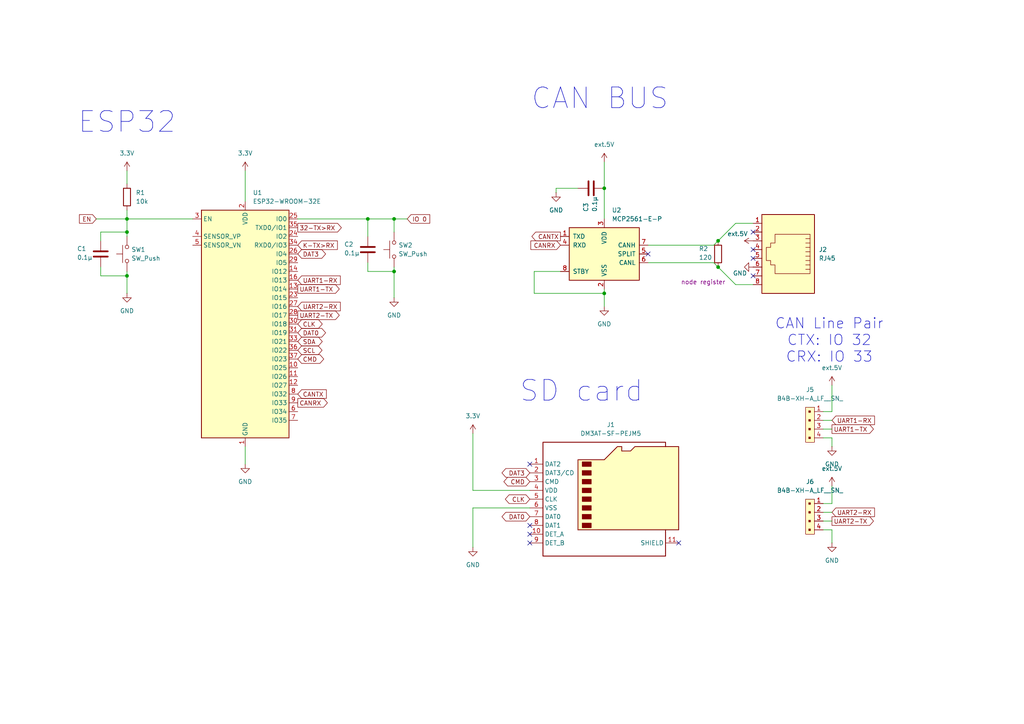
<source format=kicad_sch>
(kicad_sch
	(version 20231120)
	(generator "eeschema")
	(generator_version "8.0")
	(uuid "9902ee1a-d945-40b9-ab0e-dc3466749102")
	(paper "A4")
	(lib_symbols
		(symbol "01.Main-IMU:ESP32-WROOM-32E"
			(exclude_from_sim no)
			(in_bom yes)
			(on_board yes)
			(property "Reference" "U"
				(at -12.7 34.29 0)
				(effects
					(font
						(size 1.27 1.27)
					)
					(justify left)
				)
			)
			(property "Value" "ESP32-WROOM-32E"
				(at 1.27 34.29 0)
				(effects
					(font
						(size 1.27 1.27)
					)
					(justify left)
				)
			)
			(property "Footprint" "RF_Module:ESP32-WROOM-32D"
				(at 16.51 -34.29 0)
				(effects
					(font
						(size 1.27 1.27)
					)
					(hide yes)
				)
			)
			(property "Datasheet" "https://www.espressif.com/sites/default/files/documentation/esp32-wroom-32e_esp32-wroom-32ue_datasheet_en.pdf"
				(at 0 0 0)
				(effects
					(font
						(size 1.27 1.27)
					)
					(hide yes)
				)
			)
			(property "Description" "RF Module, ESP32-D0WD-V3 SoC, without PSRAM, Wi-Fi 802.11b/g/n, Bluetooth, BLE, 32-bit, 2.7-3.6V, onboard antenna, SMD"
				(at 0 0 0)
				(effects
					(font
						(size 1.27 1.27)
					)
					(hide yes)
				)
			)
			(property "ki_keywords" "RF Radio BT ESP ESP32 Espressif onboard PCB antenna"
				(at 0 0 0)
				(effects
					(font
						(size 1.27 1.27)
					)
					(hide yes)
				)
			)
			(property "ki_fp_filters" "ESP32?WROOM?32D*"
				(at 0 0 0)
				(effects
					(font
						(size 1.27 1.27)
					)
					(hide yes)
				)
			)
			(symbol "ESP32-WROOM-32E_0_1"
				(rectangle
					(start -12.7 33.02)
					(end 12.7 -33.02)
					(stroke
						(width 0.254)
						(type default)
					)
					(fill
						(type background)
					)
				)
			)
			(symbol "ESP32-WROOM-32E_1_1"
				(pin power_in line
					(at 0 -35.56 90)
					(length 2.54)
					(name "GND"
						(effects
							(font
								(size 1.27 1.27)
							)
						)
					)
					(number "1"
						(effects
							(font
								(size 1.27 1.27)
							)
						)
					)
				)
				(pin bidirectional line
					(at 15.24 -12.7 180)
					(length 2.54)
					(name "IO25"
						(effects
							(font
								(size 1.27 1.27)
							)
						)
					)
					(number "10"
						(effects
							(font
								(size 1.27 1.27)
							)
						)
					)
				)
				(pin bidirectional line
					(at 15.24 -15.24 180)
					(length 2.54)
					(name "IO26"
						(effects
							(font
								(size 1.27 1.27)
							)
						)
					)
					(number "11"
						(effects
							(font
								(size 1.27 1.27)
							)
						)
					)
				)
				(pin bidirectional line
					(at 15.24 -17.78 180)
					(length 2.54)
					(name "IO27"
						(effects
							(font
								(size 1.27 1.27)
							)
						)
					)
					(number "12"
						(effects
							(font
								(size 1.27 1.27)
							)
						)
					)
				)
				(pin bidirectional line
					(at 15.24 10.16 180)
					(length 2.54)
					(name "IO14"
						(effects
							(font
								(size 1.27 1.27)
							)
						)
					)
					(number "13"
						(effects
							(font
								(size 1.27 1.27)
							)
						)
					)
				)
				(pin bidirectional line
					(at 15.24 15.24 180)
					(length 2.54)
					(name "IO12"
						(effects
							(font
								(size 1.27 1.27)
							)
						)
					)
					(number "14"
						(effects
							(font
								(size 1.27 1.27)
							)
						)
					)
				)
				(pin passive line
					(at 0 -35.56 90)
					(length 2.54) hide
					(name "GND"
						(effects
							(font
								(size 1.27 1.27)
							)
						)
					)
					(number "15"
						(effects
							(font
								(size 1.27 1.27)
							)
						)
					)
				)
				(pin bidirectional line
					(at 15.24 12.7 180)
					(length 2.54)
					(name "IO13"
						(effects
							(font
								(size 1.27 1.27)
							)
						)
					)
					(number "16"
						(effects
							(font
								(size 1.27 1.27)
							)
						)
					)
				)
				(pin no_connect line
					(at -12.7 -5.08 0)
					(length 2.54) hide
					(name "NC"
						(effects
							(font
								(size 1.27 1.27)
							)
						)
					)
					(number "17"
						(effects
							(font
								(size 1.27 1.27)
							)
						)
					)
				)
				(pin no_connect line
					(at -12.7 -7.62 0)
					(length 2.54) hide
					(name "NC"
						(effects
							(font
								(size 1.27 1.27)
							)
						)
					)
					(number "18"
						(effects
							(font
								(size 1.27 1.27)
							)
						)
					)
				)
				(pin no_connect line
					(at -12.7 -12.7 0)
					(length 2.54) hide
					(name "NC"
						(effects
							(font
								(size 1.27 1.27)
							)
						)
					)
					(number "19"
						(effects
							(font
								(size 1.27 1.27)
							)
						)
					)
				)
				(pin power_in line
					(at 0 35.56 270)
					(length 2.54)
					(name "VDD"
						(effects
							(font
								(size 1.27 1.27)
							)
						)
					)
					(number "2"
						(effects
							(font
								(size 1.27 1.27)
							)
						)
					)
				)
				(pin no_connect line
					(at -12.7 -10.16 0)
					(length 2.54) hide
					(name "NC"
						(effects
							(font
								(size 1.27 1.27)
							)
						)
					)
					(number "20"
						(effects
							(font
								(size 1.27 1.27)
							)
						)
					)
				)
				(pin no_connect line
					(at -12.7 0 0)
					(length 2.54) hide
					(name "NC"
						(effects
							(font
								(size 1.27 1.27)
							)
						)
					)
					(number "21"
						(effects
							(font
								(size 1.27 1.27)
							)
						)
					)
				)
				(pin no_connect line
					(at -12.7 -2.54 0)
					(length 2.54) hide
					(name "NC"
						(effects
							(font
								(size 1.27 1.27)
							)
						)
					)
					(number "22"
						(effects
							(font
								(size 1.27 1.27)
							)
						)
					)
				)
				(pin bidirectional line
					(at 15.24 7.62 180)
					(length 2.54)
					(name "IO15"
						(effects
							(font
								(size 1.27 1.27)
							)
						)
					)
					(number "23"
						(effects
							(font
								(size 1.27 1.27)
							)
						)
					)
				)
				(pin bidirectional line
					(at 15.24 25.4 180)
					(length 2.54)
					(name "IO2"
						(effects
							(font
								(size 1.27 1.27)
							)
						)
					)
					(number "24"
						(effects
							(font
								(size 1.27 1.27)
							)
						)
					)
				)
				(pin bidirectional line
					(at 15.24 30.48 180)
					(length 2.54)
					(name "IO0"
						(effects
							(font
								(size 1.27 1.27)
							)
						)
					)
					(number "25"
						(effects
							(font
								(size 1.27 1.27)
							)
						)
					)
				)
				(pin bidirectional line
					(at 15.24 20.32 180)
					(length 2.54)
					(name "IO4"
						(effects
							(font
								(size 1.27 1.27)
							)
						)
					)
					(number "26"
						(effects
							(font
								(size 1.27 1.27)
							)
						)
					)
				)
				(pin bidirectional line
					(at 15.24 5.08 180)
					(length 2.54)
					(name "IO16"
						(effects
							(font
								(size 1.27 1.27)
							)
						)
					)
					(number "27"
						(effects
							(font
								(size 1.27 1.27)
							)
						)
					)
				)
				(pin bidirectional line
					(at 15.24 2.54 180)
					(length 2.54)
					(name "IO17"
						(effects
							(font
								(size 1.27 1.27)
							)
						)
					)
					(number "28"
						(effects
							(font
								(size 1.27 1.27)
							)
						)
					)
				)
				(pin bidirectional line
					(at 15.24 17.78 180)
					(length 2.54)
					(name "IO5"
						(effects
							(font
								(size 1.27 1.27)
							)
						)
					)
					(number "29"
						(effects
							(font
								(size 1.27 1.27)
							)
						)
					)
				)
				(pin input line
					(at -15.24 30.48 0)
					(length 2.54)
					(name "EN"
						(effects
							(font
								(size 1.27 1.27)
							)
						)
					)
					(number "3"
						(effects
							(font
								(size 1.27 1.27)
							)
						)
					)
				)
				(pin bidirectional line
					(at 15.24 0 180)
					(length 2.54)
					(name "IO18"
						(effects
							(font
								(size 1.27 1.27)
							)
						)
					)
					(number "30"
						(effects
							(font
								(size 1.27 1.27)
							)
						)
					)
				)
				(pin bidirectional line
					(at 15.24 -2.54 180)
					(length 2.54)
					(name "IO19"
						(effects
							(font
								(size 1.27 1.27)
							)
						)
					)
					(number "31"
						(effects
							(font
								(size 1.27 1.27)
							)
						)
					)
				)
				(pin no_connect line
					(at -12.7 -27.94 0)
					(length 2.54) hide
					(name "NC"
						(effects
							(font
								(size 1.27 1.27)
							)
						)
					)
					(number "32"
						(effects
							(font
								(size 1.27 1.27)
							)
						)
					)
				)
				(pin bidirectional line
					(at 15.24 -5.08 180)
					(length 2.54)
					(name "IO21"
						(effects
							(font
								(size 1.27 1.27)
							)
						)
					)
					(number "33"
						(effects
							(font
								(size 1.27 1.27)
							)
						)
					)
				)
				(pin bidirectional line
					(at 15.24 22.86 180)
					(length 2.54)
					(name "RXD0/IO3"
						(effects
							(font
								(size 1.27 1.27)
							)
						)
					)
					(number "34"
						(effects
							(font
								(size 1.27 1.27)
							)
						)
					)
				)
				(pin bidirectional line
					(at 15.24 27.94 180)
					(length 2.54)
					(name "TXD0/IO1"
						(effects
							(font
								(size 1.27 1.27)
							)
						)
					)
					(number "35"
						(effects
							(font
								(size 1.27 1.27)
							)
						)
					)
				)
				(pin bidirectional line
					(at 15.24 -7.62 180)
					(length 2.54)
					(name "IO22"
						(effects
							(font
								(size 1.27 1.27)
							)
						)
					)
					(number "36"
						(effects
							(font
								(size 1.27 1.27)
							)
						)
					)
				)
				(pin bidirectional line
					(at 15.24 -10.16 180)
					(length 2.54)
					(name "IO23"
						(effects
							(font
								(size 1.27 1.27)
							)
						)
					)
					(number "37"
						(effects
							(font
								(size 1.27 1.27)
							)
						)
					)
				)
				(pin passive line
					(at 0 -35.56 90)
					(length 2.54) hide
					(name "GND"
						(effects
							(font
								(size 1.27 1.27)
							)
						)
					)
					(number "38"
						(effects
							(font
								(size 1.27 1.27)
							)
						)
					)
				)
				(pin passive line
					(at 0 -35.56 90)
					(length 2.54) hide
					(name "GND"
						(effects
							(font
								(size 1.27 1.27)
							)
						)
					)
					(number "39"
						(effects
							(font
								(size 1.27 1.27)
							)
						)
					)
				)
				(pin input line
					(at -15.24 25.4 0)
					(length 2.54)
					(name "SENSOR_VP"
						(effects
							(font
								(size 1.27 1.27)
							)
						)
					)
					(number "4"
						(effects
							(font
								(size 1.27 1.27)
							)
						)
					)
				)
				(pin input line
					(at -15.24 22.86 0)
					(length 2.54)
					(name "SENSOR_VN"
						(effects
							(font
								(size 1.27 1.27)
							)
						)
					)
					(number "5"
						(effects
							(font
								(size 1.27 1.27)
							)
						)
					)
				)
				(pin input line
					(at 15.24 -25.4 180)
					(length 2.54)
					(name "IO34"
						(effects
							(font
								(size 1.27 1.27)
							)
						)
					)
					(number "6"
						(effects
							(font
								(size 1.27 1.27)
							)
						)
					)
				)
				(pin input line
					(at 15.24 -27.94 180)
					(length 2.54)
					(name "IO35"
						(effects
							(font
								(size 1.27 1.27)
							)
						)
					)
					(number "7"
						(effects
							(font
								(size 1.27 1.27)
							)
						)
					)
				)
				(pin bidirectional line
					(at 15.24 -20.32 180)
					(length 2.54)
					(name "IO32"
						(effects
							(font
								(size 1.27 1.27)
							)
						)
					)
					(number "8"
						(effects
							(font
								(size 1.27 1.27)
							)
						)
					)
				)
				(pin bidirectional line
					(at 15.24 -22.86 180)
					(length 2.54)
					(name "IO33"
						(effects
							(font
								(size 1.27 1.27)
							)
						)
					)
					(number "9"
						(effects
							(font
								(size 1.27 1.27)
							)
						)
					)
				)
			)
		)
		(symbol "Connector:Micro_SD_Card_Det_Hirose_DM3AT"
			(exclude_from_sim no)
			(in_bom yes)
			(on_board yes)
			(property "Reference" "J"
				(at -16.51 17.78 0)
				(effects
					(font
						(size 1.27 1.27)
					)
				)
			)
			(property "Value" "Micro_SD_Card_Det_Hirose_DM3AT"
				(at 16.51 17.78 0)
				(effects
					(font
						(size 1.27 1.27)
					)
					(justify right)
				)
			)
			(property "Footprint" ""
				(at 52.07 17.78 0)
				(effects
					(font
						(size 1.27 1.27)
					)
					(hide yes)
				)
			)
			(property "Datasheet" "https://www.hirose.com/product/en/download_file/key_name/DM3/category/Catalog/doc_file_id/49662/?file_category_id=4&item_id=195&is_series=1"
				(at 0 2.54 0)
				(effects
					(font
						(size 1.27 1.27)
					)
					(hide yes)
				)
			)
			(property "Description" "Micro SD Card Socket with card detection pins"
				(at 0 0 0)
				(effects
					(font
						(size 1.27 1.27)
					)
					(hide yes)
				)
			)
			(property "ki_keywords" "connector SD microsd"
				(at 0 0 0)
				(effects
					(font
						(size 1.27 1.27)
					)
					(hide yes)
				)
			)
			(property "ki_fp_filters" "microSD*"
				(at 0 0 0)
				(effects
					(font
						(size 1.27 1.27)
					)
					(hide yes)
				)
			)
			(symbol "Micro_SD_Card_Det_Hirose_DM3AT_0_1"
				(rectangle
					(start -7.62 -6.985)
					(end -5.08 -8.255)
					(stroke
						(width 0.254)
						(type default)
					)
					(fill
						(type outline)
					)
				)
				(rectangle
					(start -7.62 -4.445)
					(end -5.08 -5.715)
					(stroke
						(width 0.254)
						(type default)
					)
					(fill
						(type outline)
					)
				)
				(rectangle
					(start -7.62 -1.905)
					(end -5.08 -3.175)
					(stroke
						(width 0.254)
						(type default)
					)
					(fill
						(type outline)
					)
				)
				(rectangle
					(start -7.62 0.635)
					(end -5.08 -0.635)
					(stroke
						(width 0.254)
						(type default)
					)
					(fill
						(type outline)
					)
				)
				(rectangle
					(start -7.62 3.175)
					(end -5.08 1.905)
					(stroke
						(width 0.254)
						(type default)
					)
					(fill
						(type outline)
					)
				)
				(rectangle
					(start -7.62 5.715)
					(end -5.08 4.445)
					(stroke
						(width 0.254)
						(type default)
					)
					(fill
						(type outline)
					)
				)
				(rectangle
					(start -7.62 8.255)
					(end -5.08 6.985)
					(stroke
						(width 0.254)
						(type default)
					)
					(fill
						(type outline)
					)
				)
				(rectangle
					(start -7.62 10.795)
					(end -5.08 9.525)
					(stroke
						(width 0.254)
						(type default)
					)
					(fill
						(type outline)
					)
				)
				(polyline
					(pts
						(xy 16.51 15.24) (xy 16.51 16.51) (xy -19.05 16.51) (xy -19.05 -16.51) (xy 16.51 -16.51) (xy 16.51 -8.89)
					)
					(stroke
						(width 0.254)
						(type default)
					)
					(fill
						(type none)
					)
				)
				(polyline
					(pts
						(xy -8.89 -8.89) (xy -8.89 11.43) (xy -1.27 11.43) (xy 2.54 15.24) (xy 3.81 15.24) (xy 3.81 13.97)
						(xy 6.35 13.97) (xy 7.62 15.24) (xy 20.32 15.24) (xy 20.32 -8.89) (xy -8.89 -8.89)
					)
					(stroke
						(width 0.254)
						(type default)
					)
					(fill
						(type background)
					)
				)
			)
			(symbol "Micro_SD_Card_Det_Hirose_DM3AT_1_1"
				(pin bidirectional line
					(at -22.86 10.16 0)
					(length 3.81)
					(name "DAT2"
						(effects
							(font
								(size 1.27 1.27)
							)
						)
					)
					(number "1"
						(effects
							(font
								(size 1.27 1.27)
							)
						)
					)
				)
				(pin passive line
					(at -22.86 -10.16 0)
					(length 3.81)
					(name "DET_A"
						(effects
							(font
								(size 1.27 1.27)
							)
						)
					)
					(number "10"
						(effects
							(font
								(size 1.27 1.27)
							)
						)
					)
				)
				(pin passive line
					(at 20.32 -12.7 180)
					(length 3.81)
					(name "SHIELD"
						(effects
							(font
								(size 1.27 1.27)
							)
						)
					)
					(number "11"
						(effects
							(font
								(size 1.27 1.27)
							)
						)
					)
				)
				(pin bidirectional line
					(at -22.86 7.62 0)
					(length 3.81)
					(name "DAT3/CD"
						(effects
							(font
								(size 1.27 1.27)
							)
						)
					)
					(number "2"
						(effects
							(font
								(size 1.27 1.27)
							)
						)
					)
				)
				(pin input line
					(at -22.86 5.08 0)
					(length 3.81)
					(name "CMD"
						(effects
							(font
								(size 1.27 1.27)
							)
						)
					)
					(number "3"
						(effects
							(font
								(size 1.27 1.27)
							)
						)
					)
				)
				(pin power_in line
					(at -22.86 2.54 0)
					(length 3.81)
					(name "VDD"
						(effects
							(font
								(size 1.27 1.27)
							)
						)
					)
					(number "4"
						(effects
							(font
								(size 1.27 1.27)
							)
						)
					)
				)
				(pin input line
					(at -22.86 0 0)
					(length 3.81)
					(name "CLK"
						(effects
							(font
								(size 1.27 1.27)
							)
						)
					)
					(number "5"
						(effects
							(font
								(size 1.27 1.27)
							)
						)
					)
				)
				(pin power_in line
					(at -22.86 -2.54 0)
					(length 3.81)
					(name "VSS"
						(effects
							(font
								(size 1.27 1.27)
							)
						)
					)
					(number "6"
						(effects
							(font
								(size 1.27 1.27)
							)
						)
					)
				)
				(pin bidirectional line
					(at -22.86 -5.08 0)
					(length 3.81)
					(name "DAT0"
						(effects
							(font
								(size 1.27 1.27)
							)
						)
					)
					(number "7"
						(effects
							(font
								(size 1.27 1.27)
							)
						)
					)
				)
				(pin bidirectional line
					(at -22.86 -7.62 0)
					(length 3.81)
					(name "DAT1"
						(effects
							(font
								(size 1.27 1.27)
							)
						)
					)
					(number "8"
						(effects
							(font
								(size 1.27 1.27)
							)
						)
					)
				)
				(pin passive line
					(at -22.86 -12.7 0)
					(length 3.81)
					(name "DET_B"
						(effects
							(font
								(size 1.27 1.27)
							)
						)
					)
					(number "9"
						(effects
							(font
								(size 1.27 1.27)
							)
						)
					)
				)
			)
		)
		(symbol "Connector:RJ45"
			(pin_names
				(offset 1.016)
			)
			(exclude_from_sim no)
			(in_bom yes)
			(on_board yes)
			(property "Reference" "J"
				(at -5.08 13.97 0)
				(effects
					(font
						(size 1.27 1.27)
					)
					(justify right)
				)
			)
			(property "Value" "RJ45"
				(at 2.54 13.97 0)
				(effects
					(font
						(size 1.27 1.27)
					)
					(justify left)
				)
			)
			(property "Footprint" ""
				(at 0 0.635 90)
				(effects
					(font
						(size 1.27 1.27)
					)
					(hide yes)
				)
			)
			(property "Datasheet" "~"
				(at 0 0.635 90)
				(effects
					(font
						(size 1.27 1.27)
					)
					(hide yes)
				)
			)
			(property "Description" "RJ connector, 8P8C (8 positions 8 connected)"
				(at 0 0 0)
				(effects
					(font
						(size 1.27 1.27)
					)
					(hide yes)
				)
			)
			(property "ki_keywords" "8P8C RJ socket connector"
				(at 0 0 0)
				(effects
					(font
						(size 1.27 1.27)
					)
					(hide yes)
				)
			)
			(property "ki_fp_filters" "8P8C* RJ31* RJ32* RJ33* RJ34* RJ35* RJ41* RJ45* RJ49* RJ61*"
				(at 0 0 0)
				(effects
					(font
						(size 1.27 1.27)
					)
					(hide yes)
				)
			)
			(symbol "RJ45_0_1"
				(polyline
					(pts
						(xy -5.08 4.445) (xy -6.35 4.445)
					)
					(stroke
						(width 0)
						(type default)
					)
					(fill
						(type none)
					)
				)
				(polyline
					(pts
						(xy -5.08 5.715) (xy -6.35 5.715)
					)
					(stroke
						(width 0)
						(type default)
					)
					(fill
						(type none)
					)
				)
				(polyline
					(pts
						(xy -6.35 -3.175) (xy -5.08 -3.175) (xy -5.08 -3.175)
					)
					(stroke
						(width 0)
						(type default)
					)
					(fill
						(type none)
					)
				)
				(polyline
					(pts
						(xy -6.35 -1.905) (xy -5.08 -1.905) (xy -5.08 -1.905)
					)
					(stroke
						(width 0)
						(type default)
					)
					(fill
						(type none)
					)
				)
				(polyline
					(pts
						(xy -6.35 -0.635) (xy -5.08 -0.635) (xy -5.08 -0.635)
					)
					(stroke
						(width 0)
						(type default)
					)
					(fill
						(type none)
					)
				)
				(polyline
					(pts
						(xy -6.35 0.635) (xy -5.08 0.635) (xy -5.08 0.635)
					)
					(stroke
						(width 0)
						(type default)
					)
					(fill
						(type none)
					)
				)
				(polyline
					(pts
						(xy -6.35 1.905) (xy -5.08 1.905) (xy -5.08 1.905)
					)
					(stroke
						(width 0)
						(type default)
					)
					(fill
						(type none)
					)
				)
				(polyline
					(pts
						(xy -5.08 3.175) (xy -6.35 3.175) (xy -6.35 3.175)
					)
					(stroke
						(width 0)
						(type default)
					)
					(fill
						(type none)
					)
				)
				(polyline
					(pts
						(xy -6.35 -4.445) (xy -6.35 6.985) (xy 3.81 6.985) (xy 3.81 4.445) (xy 5.08 4.445) (xy 5.08 3.175)
						(xy 6.35 3.175) (xy 6.35 -0.635) (xy 5.08 -0.635) (xy 5.08 -1.905) (xy 3.81 -1.905) (xy 3.81 -4.445)
						(xy -6.35 -4.445) (xy -6.35 -4.445)
					)
					(stroke
						(width 0)
						(type default)
					)
					(fill
						(type none)
					)
				)
				(rectangle
					(start 7.62 12.7)
					(end -7.62 -10.16)
					(stroke
						(width 0.254)
						(type default)
					)
					(fill
						(type background)
					)
				)
			)
			(symbol "RJ45_1_1"
				(pin passive line
					(at 10.16 -7.62 180)
					(length 2.54)
					(name "~"
						(effects
							(font
								(size 1.27 1.27)
							)
						)
					)
					(number "1"
						(effects
							(font
								(size 1.27 1.27)
							)
						)
					)
				)
				(pin passive line
					(at 10.16 -5.08 180)
					(length 2.54)
					(name "~"
						(effects
							(font
								(size 1.27 1.27)
							)
						)
					)
					(number "2"
						(effects
							(font
								(size 1.27 1.27)
							)
						)
					)
				)
				(pin passive line
					(at 10.16 -2.54 180)
					(length 2.54)
					(name "~"
						(effects
							(font
								(size 1.27 1.27)
							)
						)
					)
					(number "3"
						(effects
							(font
								(size 1.27 1.27)
							)
						)
					)
				)
				(pin passive line
					(at 10.16 0 180)
					(length 2.54)
					(name "~"
						(effects
							(font
								(size 1.27 1.27)
							)
						)
					)
					(number "4"
						(effects
							(font
								(size 1.27 1.27)
							)
						)
					)
				)
				(pin passive line
					(at 10.16 2.54 180)
					(length 2.54)
					(name "~"
						(effects
							(font
								(size 1.27 1.27)
							)
						)
					)
					(number "5"
						(effects
							(font
								(size 1.27 1.27)
							)
						)
					)
				)
				(pin passive line
					(at 10.16 5.08 180)
					(length 2.54)
					(name "~"
						(effects
							(font
								(size 1.27 1.27)
							)
						)
					)
					(number "6"
						(effects
							(font
								(size 1.27 1.27)
							)
						)
					)
				)
				(pin passive line
					(at 10.16 7.62 180)
					(length 2.54)
					(name "~"
						(effects
							(font
								(size 1.27 1.27)
							)
						)
					)
					(number "7"
						(effects
							(font
								(size 1.27 1.27)
							)
						)
					)
				)
				(pin passive line
					(at 10.16 10.16 180)
					(length 2.54)
					(name "~"
						(effects
							(font
								(size 1.27 1.27)
							)
						)
					)
					(number "8"
						(effects
							(font
								(size 1.27 1.27)
							)
						)
					)
				)
			)
		)
		(symbol "Device:R"
			(pin_numbers hide)
			(pin_names
				(offset 0)
			)
			(exclude_from_sim no)
			(in_bom yes)
			(on_board yes)
			(property "Reference" "R"
				(at 2.032 0 90)
				(effects
					(font
						(size 1.27 1.27)
					)
				)
			)
			(property "Value" "R"
				(at 0 0 90)
				(effects
					(font
						(size 1.27 1.27)
					)
				)
			)
			(property "Footprint" ""
				(at -1.778 0 90)
				(effects
					(font
						(size 1.27 1.27)
					)
					(hide yes)
				)
			)
			(property "Datasheet" "~"
				(at 0 0 0)
				(effects
					(font
						(size 1.27 1.27)
					)
					(hide yes)
				)
			)
			(property "Description" "Resistor"
				(at 0 0 0)
				(effects
					(font
						(size 1.27 1.27)
					)
					(hide yes)
				)
			)
			(property "ki_keywords" "R res resistor"
				(at 0 0 0)
				(effects
					(font
						(size 1.27 1.27)
					)
					(hide yes)
				)
			)
			(property "ki_fp_filters" "R_*"
				(at 0 0 0)
				(effects
					(font
						(size 1.27 1.27)
					)
					(hide yes)
				)
			)
			(symbol "R_0_1"
				(rectangle
					(start -1.016 -2.54)
					(end 1.016 2.54)
					(stroke
						(width 0.254)
						(type default)
					)
					(fill
						(type none)
					)
				)
			)
			(symbol "R_1_1"
				(pin passive line
					(at 0 3.81 270)
					(length 1.27)
					(name "~"
						(effects
							(font
								(size 1.27 1.27)
							)
						)
					)
					(number "1"
						(effects
							(font
								(size 1.27 1.27)
							)
						)
					)
				)
				(pin passive line
					(at 0 -3.81 90)
					(length 1.27)
					(name "~"
						(effects
							(font
								(size 1.27 1.27)
							)
						)
					)
					(number "2"
						(effects
							(font
								(size 1.27 1.27)
							)
						)
					)
				)
			)
		)
		(symbol "Interface_CAN_LIN:MCP2561-E-P"
			(pin_names
				(offset 1.016)
			)
			(exclude_from_sim no)
			(in_bom yes)
			(on_board yes)
			(property "Reference" "U"
				(at -10.16 8.89 0)
				(effects
					(font
						(size 1.27 1.27)
					)
					(justify left)
				)
			)
			(property "Value" "MCP2561-E-P"
				(at 2.54 8.89 0)
				(effects
					(font
						(size 1.27 1.27)
					)
					(justify left)
				)
			)
			(property "Footprint" "Package_DIP:DIP-8_W7.62mm"
				(at 0 -12.7 0)
				(effects
					(font
						(size 1.27 1.27)
						(italic yes)
					)
					(hide yes)
				)
			)
			(property "Datasheet" "http://ww1.microchip.com/downloads/en/DeviceDoc/25167A.pdf"
				(at 0 0 0)
				(effects
					(font
						(size 1.27 1.27)
					)
					(hide yes)
				)
			)
			(property "Description" "High-Speed CAN Transceiver, 1Mbps, 5V supply, SPLIT pin, -40C to +125C, DIP-8"
				(at 0 0 0)
				(effects
					(font
						(size 1.27 1.27)
					)
					(hide yes)
				)
			)
			(property "ki_keywords" "High-Speed CAN Transceiver"
				(at 0 0 0)
				(effects
					(font
						(size 1.27 1.27)
					)
					(hide yes)
				)
			)
			(property "ki_fp_filters" "DIP*W7.62mm*"
				(at 0 0 0)
				(effects
					(font
						(size 1.27 1.27)
					)
					(hide yes)
				)
			)
			(symbol "MCP2561-E-P_0_1"
				(rectangle
					(start -10.16 7.62)
					(end 10.16 -7.62)
					(stroke
						(width 0.254)
						(type default)
					)
					(fill
						(type background)
					)
				)
			)
			(symbol "MCP2561-E-P_1_1"
				(pin input line
					(at -12.7 5.08 0)
					(length 2.54)
					(name "TXD"
						(effects
							(font
								(size 1.27 1.27)
							)
						)
					)
					(number "1"
						(effects
							(font
								(size 1.27 1.27)
							)
						)
					)
				)
				(pin power_in line
					(at 0 -10.16 90)
					(length 2.54)
					(name "VSS"
						(effects
							(font
								(size 1.27 1.27)
							)
						)
					)
					(number "2"
						(effects
							(font
								(size 1.27 1.27)
							)
						)
					)
				)
				(pin power_in line
					(at 0 10.16 270)
					(length 2.54)
					(name "VDD"
						(effects
							(font
								(size 1.27 1.27)
							)
						)
					)
					(number "3"
						(effects
							(font
								(size 1.27 1.27)
							)
						)
					)
				)
				(pin output line
					(at -12.7 2.54 0)
					(length 2.54)
					(name "RXD"
						(effects
							(font
								(size 1.27 1.27)
							)
						)
					)
					(number "4"
						(effects
							(font
								(size 1.27 1.27)
							)
						)
					)
				)
				(pin passive line
					(at 12.7 0 180)
					(length 2.54)
					(name "SPLIT"
						(effects
							(font
								(size 1.27 1.27)
							)
						)
					)
					(number "5"
						(effects
							(font
								(size 1.27 1.27)
							)
						)
					)
				)
				(pin bidirectional line
					(at 12.7 -2.54 180)
					(length 2.54)
					(name "CANL"
						(effects
							(font
								(size 1.27 1.27)
							)
						)
					)
					(number "6"
						(effects
							(font
								(size 1.27 1.27)
							)
						)
					)
				)
				(pin bidirectional line
					(at 12.7 2.54 180)
					(length 2.54)
					(name "CANH"
						(effects
							(font
								(size 1.27 1.27)
							)
						)
					)
					(number "7"
						(effects
							(font
								(size 1.27 1.27)
							)
						)
					)
				)
				(pin input line
					(at -12.7 -5.08 0)
					(length 2.54)
					(name "STBY"
						(effects
							(font
								(size 1.27 1.27)
							)
						)
					)
					(number "8"
						(effects
							(font
								(size 1.27 1.27)
							)
						)
					)
				)
			)
		)
		(symbol "SparkFun-Capacitor:C"
			(pin_numbers hide)
			(pin_names
				(offset 0.254)
			)
			(exclude_from_sim no)
			(in_bom yes)
			(on_board yes)
			(property "Reference" "C"
				(at 0.635 2.54 0)
				(effects
					(font
						(size 1.27 1.27)
					)
					(justify left)
				)
			)
			(property "Value" "C"
				(at 0.635 -2.54 0)
				(effects
					(font
						(size 1.27 1.27)
					)
					(justify left)
				)
			)
			(property "Footprint" "SparkFun-Capacitor:C_0603_1608Metric"
				(at 0.9652 -11.43 0)
				(effects
					(font
						(size 1.27 1.27)
					)
					(hide yes)
				)
			)
			(property "Datasheet" "https://cdn.sparkfun.com/assets/8/a/4/a/5/Kemet_Capacitor_Datasheet.pdf"
				(at 1.27 -16.51 0)
				(effects
					(font
						(size 1.27 1.27)
					)
					(hide yes)
				)
			)
			(property "Description" "Unpolarized capacitor"
				(at 0 0 0)
				(effects
					(font
						(size 1.27 1.27)
					)
					(hide yes)
				)
			)
			(property "PROD_ID" "CAP-00000"
				(at 0 -13.97 0)
				(effects
					(font
						(size 1.27 1.27)
					)
					(hide yes)
				)
			)
			(property "Voltage" "1kV"
				(at 0 -6.35 0)
				(effects
					(font
						(size 1.27 1.27)
					)
				)
			)
			(property "Tolerance" "100%"
				(at 0 -8.89 0)
				(effects
					(font
						(size 1.27 1.27)
					)
				)
			)
			(property "ki_keywords" "cap capacitor"
				(at 0 0 0)
				(effects
					(font
						(size 1.27 1.27)
					)
					(hide yes)
				)
			)
			(property "ki_fp_filters" "C_*"
				(at 0 0 0)
				(effects
					(font
						(size 1.27 1.27)
					)
					(hide yes)
				)
			)
			(symbol "C_0_1"
				(polyline
					(pts
						(xy -2.032 -0.762) (xy 2.032 -0.762)
					)
					(stroke
						(width 0.508)
						(type default)
					)
					(fill
						(type none)
					)
				)
				(polyline
					(pts
						(xy -2.032 0.762) (xy 2.032 0.762)
					)
					(stroke
						(width 0.508)
						(type default)
					)
					(fill
						(type none)
					)
				)
			)
			(symbol "C_1_1"
				(pin passive line
					(at 0 3.81 270)
					(length 2.794)
					(name "~"
						(effects
							(font
								(size 1.27 1.27)
							)
						)
					)
					(number "1"
						(effects
							(font
								(size 1.27 1.27)
							)
						)
					)
				)
				(pin passive line
					(at 0 -3.81 90)
					(length 2.794)
					(name "~"
						(effects
							(font
								(size 1.27 1.27)
							)
						)
					)
					(number "2"
						(effects
							(font
								(size 1.27 1.27)
							)
						)
					)
				)
			)
		)
		(symbol "SparkFun-PowerSymbol:3.3V"
			(power)
			(pin_names
				(offset 0)
			)
			(exclude_from_sim no)
			(in_bom yes)
			(on_board yes)
			(property "Reference" "#PWR"
				(at 0 -3.81 0)
				(effects
					(font
						(size 1.27 1.27)
					)
					(hide yes)
				)
			)
			(property "Value" "3.3V"
				(at 0 3.556 0)
				(effects
					(font
						(size 1.27 1.27)
					)
				)
			)
			(property "Footprint" ""
				(at 0 0 0)
				(effects
					(font
						(size 1.27 1.27)
					)
					(hide yes)
				)
			)
			(property "Datasheet" ""
				(at 0 0 0)
				(effects
					(font
						(size 1.27 1.27)
					)
					(hide yes)
				)
			)
			(property "Description" "Power symbol creates a global label with name \"3.3V\""
				(at 0 0 0)
				(effects
					(font
						(size 1.27 1.27)
					)
					(hide yes)
				)
			)
			(property "ki_keywords" "global power"
				(at 0 0 0)
				(effects
					(font
						(size 1.27 1.27)
					)
					(hide yes)
				)
			)
			(symbol "3.3V_0_1"
				(polyline
					(pts
						(xy -0.762 1.27) (xy 0 2.54)
					)
					(stroke
						(width 0)
						(type default)
					)
					(fill
						(type none)
					)
				)
				(polyline
					(pts
						(xy 0 0) (xy 0 2.54)
					)
					(stroke
						(width 0)
						(type default)
					)
					(fill
						(type none)
					)
				)
				(polyline
					(pts
						(xy 0 2.54) (xy 0.762 1.27)
					)
					(stroke
						(width 0)
						(type default)
					)
					(fill
						(type none)
					)
				)
			)
			(symbol "3.3V_1_1"
				(pin power_in line
					(at 0 0 90)
					(length 0) hide
					(name "3.3V"
						(effects
							(font
								(size 1.27 1.27)
							)
						)
					)
					(number "1"
						(effects
							(font
								(size 1.27 1.27)
							)
						)
					)
				)
			)
		)
		(symbol "SparkFun-PowerSymbol:5V"
			(power)
			(pin_names
				(offset 0)
			)
			(exclude_from_sim no)
			(in_bom yes)
			(on_board yes)
			(property "Reference" "#PWR"
				(at 0 -3.81 0)
				(effects
					(font
						(size 1.27 1.27)
					)
					(hide yes)
				)
			)
			(property "Value" "5V"
				(at 0 3.556 0)
				(effects
					(font
						(size 1.27 1.27)
					)
				)
			)
			(property "Footprint" ""
				(at 0 0 0)
				(effects
					(font
						(size 1.27 1.27)
					)
					(hide yes)
				)
			)
			(property "Datasheet" ""
				(at 0 0 0)
				(effects
					(font
						(size 1.27 1.27)
					)
					(hide yes)
				)
			)
			(property "Description" "Power symbol creates a global label with name \"5V\""
				(at 0 0 0)
				(effects
					(font
						(size 1.27 1.27)
					)
					(hide yes)
				)
			)
			(property "ki_keywords" "global power"
				(at 0 0 0)
				(effects
					(font
						(size 1.27 1.27)
					)
					(hide yes)
				)
			)
			(symbol "5V_0_1"
				(polyline
					(pts
						(xy -0.762 1.27) (xy 0 2.54)
					)
					(stroke
						(width 0)
						(type default)
					)
					(fill
						(type none)
					)
				)
				(polyline
					(pts
						(xy 0 0) (xy 0 2.54)
					)
					(stroke
						(width 0)
						(type default)
					)
					(fill
						(type none)
					)
				)
				(polyline
					(pts
						(xy 0 2.54) (xy 0.762 1.27)
					)
					(stroke
						(width 0)
						(type default)
					)
					(fill
						(type none)
					)
				)
			)
			(symbol "5V_1_1"
				(pin power_in line
					(at 0 0 90)
					(length 0) hide
					(name "5V"
						(effects
							(font
								(size 1.27 1.27)
							)
						)
					)
					(number "1"
						(effects
							(font
								(size 1.27 1.27)
							)
						)
					)
				)
			)
		)
		(symbol "Switch:SW_Push"
			(pin_numbers hide)
			(pin_names
				(offset 1.016) hide)
			(exclude_from_sim no)
			(in_bom yes)
			(on_board yes)
			(property "Reference" "SW"
				(at 1.27 2.54 0)
				(effects
					(font
						(size 1.27 1.27)
					)
					(justify left)
				)
			)
			(property "Value" "SW_Push"
				(at 0 -1.524 0)
				(effects
					(font
						(size 1.27 1.27)
					)
				)
			)
			(property "Footprint" ""
				(at 0 5.08 0)
				(effects
					(font
						(size 1.27 1.27)
					)
					(hide yes)
				)
			)
			(property "Datasheet" "~"
				(at 0 5.08 0)
				(effects
					(font
						(size 1.27 1.27)
					)
					(hide yes)
				)
			)
			(property "Description" "Push button switch, generic, two pins"
				(at 0 0 0)
				(effects
					(font
						(size 1.27 1.27)
					)
					(hide yes)
				)
			)
			(property "ki_keywords" "switch normally-open pushbutton push-button"
				(at 0 0 0)
				(effects
					(font
						(size 1.27 1.27)
					)
					(hide yes)
				)
			)
			(symbol "SW_Push_0_1"
				(circle
					(center -2.032 0)
					(radius 0.508)
					(stroke
						(width 0)
						(type default)
					)
					(fill
						(type none)
					)
				)
				(polyline
					(pts
						(xy 0 1.27) (xy 0 3.048)
					)
					(stroke
						(width 0)
						(type default)
					)
					(fill
						(type none)
					)
				)
				(polyline
					(pts
						(xy 2.54 1.27) (xy -2.54 1.27)
					)
					(stroke
						(width 0)
						(type default)
					)
					(fill
						(type none)
					)
				)
				(circle
					(center 2.032 0)
					(radius 0.508)
					(stroke
						(width 0)
						(type default)
					)
					(fill
						(type none)
					)
				)
				(pin passive line
					(at -5.08 0 0)
					(length 2.54)
					(name "1"
						(effects
							(font
								(size 1.27 1.27)
							)
						)
					)
					(number "1"
						(effects
							(font
								(size 1.27 1.27)
							)
						)
					)
				)
				(pin passive line
					(at 5.08 0 180)
					(length 2.54)
					(name "2"
						(effects
							(font
								(size 1.27 1.27)
							)
						)
					)
					(number "2"
						(effects
							(font
								(size 1.27 1.27)
							)
						)
					)
				)
			)
		)
		(symbol "dk_Rectangular-Connectors-Headers-Male-Pins:B4B-XH-A_LF__SN_"
			(pin_names
				(offset 1.016)
			)
			(exclude_from_sim no)
			(in_bom yes)
			(on_board yes)
			(property "Reference" "J"
				(at -2.54 -1.27 0)
				(effects
					(font
						(size 1.27 1.27)
					)
					(justify right)
				)
			)
			(property "Value" "B4B-XH-A_LF__SN_"
				(at 3.81 -3.81 0)
				(effects
					(font
						(size 1.27 1.27)
					)
				)
			)
			(property "Footprint" "digikey-footprints:PinHeader_1x4_P2.5mm_Drill1.1mm"
				(at 5.08 5.08 0)
				(effects
					(font
						(size 1.524 1.524)
					)
					(justify left)
					(hide yes)
				)
			)
			(property "Datasheet" "http://www.jst-mfg.com/product/pdf/eng/eXH.pdf"
				(at 5.08 7.62 0)
				(effects
					(font
						(size 1.524 1.524)
					)
					(justify left)
					(hide yes)
				)
			)
			(property "Description" "CONN HEADER VERT 4POS 2.5MM"
				(at 5.08 25.4 0)
				(effects
					(font
						(size 1.524 1.524)
					)
					(justify left)
					(hide yes)
				)
			)
			(property "Digi-Key_PN" "455-2249-ND"
				(at 5.08 10.16 0)
				(effects
					(font
						(size 1.524 1.524)
					)
					(justify left)
					(hide yes)
				)
			)
			(property "MPN" "B4B-XH-A(LF)(SN)"
				(at 5.08 12.7 0)
				(effects
					(font
						(size 1.524 1.524)
					)
					(justify left)
					(hide yes)
				)
			)
			(property "Category" "Connectors, Interconnects"
				(at 5.08 15.24 0)
				(effects
					(font
						(size 1.524 1.524)
					)
					(justify left)
					(hide yes)
				)
			)
			(property "Family" "Rectangular Connectors - Headers, Male Pins"
				(at 5.08 17.78 0)
				(effects
					(font
						(size 1.524 1.524)
					)
					(justify left)
					(hide yes)
				)
			)
			(property "DK_Datasheet_Link" "http://www.jst-mfg.com/product/pdf/eng/eXH.pdf"
				(at 5.08 20.32 0)
				(effects
					(font
						(size 1.524 1.524)
					)
					(justify left)
					(hide yes)
				)
			)
			(property "DK_Detail_Page" "/product-detail/en/jst-sales-america-inc/B4B-XH-A(LF)(SN)/455-2249-ND/1651047"
				(at 5.08 22.86 0)
				(effects
					(font
						(size 1.524 1.524)
					)
					(justify left)
					(hide yes)
				)
			)
			(property "Manufacturer" "JST Sales America Inc."
				(at 5.08 27.94 0)
				(effects
					(font
						(size 1.524 1.524)
					)
					(justify left)
					(hide yes)
				)
			)
			(property "Status" "Active"
				(at 5.08 30.48 0)
				(effects
					(font
						(size 1.524 1.524)
					)
					(justify left)
					(hide yes)
				)
			)
			(property "ki_keywords" "455-2249-ND XH"
				(at 0 0 0)
				(effects
					(font
						(size 1.27 1.27)
					)
					(hide yes)
				)
			)
			(symbol "B4B-XH-A_LF__SN__1_1"
				(rectangle
					(start -1.27 0)
					(end 8.89 -2.54)
					(stroke
						(width 0)
						(type solid)
					)
					(fill
						(type background)
					)
				)
				(rectangle
					(start -0.254 -1.143)
					(end 0.254 -1.651)
					(stroke
						(width 0)
						(type solid)
					)
					(fill
						(type outline)
					)
				)
				(rectangle
					(start 2.286 -1.143)
					(end 2.794 -1.651)
					(stroke
						(width 0)
						(type solid)
					)
					(fill
						(type outline)
					)
				)
				(rectangle
					(start 4.826 -1.143)
					(end 5.334 -1.651)
					(stroke
						(width 0)
						(type solid)
					)
					(fill
						(type outline)
					)
				)
				(rectangle
					(start 7.366 -1.143)
					(end 7.874 -1.651)
					(stroke
						(width 0)
						(type solid)
					)
					(fill
						(type outline)
					)
				)
				(pin passive line
					(at 0 2.54 270)
					(length 2.54)
					(name "~"
						(effects
							(font
								(size 1.27 1.27)
							)
						)
					)
					(number "1"
						(effects
							(font
								(size 1.27 1.27)
							)
						)
					)
				)
				(pin passive line
					(at 2.54 2.54 270)
					(length 2.54)
					(name "~"
						(effects
							(font
								(size 1.27 1.27)
							)
						)
					)
					(number "2"
						(effects
							(font
								(size 1.27 1.27)
							)
						)
					)
				)
				(pin passive line
					(at 5.08 2.54 270)
					(length 2.54)
					(name "~"
						(effects
							(font
								(size 1.27 1.27)
							)
						)
					)
					(number "3"
						(effects
							(font
								(size 1.27 1.27)
							)
						)
					)
				)
				(pin passive line
					(at 7.62 2.54 270)
					(length 2.54)
					(name "~"
						(effects
							(font
								(size 1.27 1.27)
							)
						)
					)
					(number "4"
						(effects
							(font
								(size 1.27 1.27)
							)
						)
					)
				)
			)
		)
		(symbol "power:GND"
			(power)
			(pin_numbers hide)
			(pin_names
				(offset 0) hide)
			(exclude_from_sim no)
			(in_bom yes)
			(on_board yes)
			(property "Reference" "#PWR"
				(at 0 -6.35 0)
				(effects
					(font
						(size 1.27 1.27)
					)
					(hide yes)
				)
			)
			(property "Value" "GND"
				(at 0 -3.81 0)
				(effects
					(font
						(size 1.27 1.27)
					)
				)
			)
			(property "Footprint" ""
				(at 0 0 0)
				(effects
					(font
						(size 1.27 1.27)
					)
					(hide yes)
				)
			)
			(property "Datasheet" ""
				(at 0 0 0)
				(effects
					(font
						(size 1.27 1.27)
					)
					(hide yes)
				)
			)
			(property "Description" "Power symbol creates a global label with name \"GND\" , ground"
				(at 0 0 0)
				(effects
					(font
						(size 1.27 1.27)
					)
					(hide yes)
				)
			)
			(property "ki_keywords" "global power"
				(at 0 0 0)
				(effects
					(font
						(size 1.27 1.27)
					)
					(hide yes)
				)
			)
			(symbol "GND_0_1"
				(polyline
					(pts
						(xy 0 0) (xy 0 -1.27) (xy 1.27 -1.27) (xy 0 -2.54) (xy -1.27 -1.27) (xy 0 -1.27)
					)
					(stroke
						(width 0)
						(type default)
					)
					(fill
						(type none)
					)
				)
			)
			(symbol "GND_1_1"
				(pin power_in line
					(at 0 0 270)
					(length 0)
					(name "~"
						(effects
							(font
								(size 1.27 1.27)
							)
						)
					)
					(number "1"
						(effects
							(font
								(size 1.27 1.27)
							)
						)
					)
				)
			)
		)
	)
	(junction
		(at 175.26 54.61)
		(diameter 0)
		(color 0 0 0 0)
		(uuid "4a99af13-3e0d-40ee-9233-4bc303e05e39")
	)
	(junction
		(at 114.3 63.5)
		(diameter 0)
		(color 0 0 0 0)
		(uuid "4aa613d0-e867-443a-bb46-014bc72fbf81")
	)
	(junction
		(at 106.68 63.5)
		(diameter 0)
		(color 0 0 0 0)
		(uuid "687741c5-4dd8-4dce-b254-75f468199877")
	)
	(junction
		(at 36.83 80.01)
		(diameter 0)
		(color 0 0 0 0)
		(uuid "71ab95e4-df56-4e5f-b95d-d70573027315")
	)
	(junction
		(at 208.28 77.47)
		(diameter 0)
		(color 0 0 0 0)
		(uuid "8e3bfe6e-8bc2-4e99-ad53-be3410928bd8")
	)
	(junction
		(at 114.3 78.74)
		(diameter 0)
		(color 0 0 0 0)
		(uuid "94a01e72-f9e6-4b83-950c-43907b41f6ae")
	)
	(junction
		(at 175.26 85.09)
		(diameter 0)
		(color 0 0 0 0)
		(uuid "99263b67-c584-43b5-8a28-5af0c10b148b")
	)
	(junction
		(at 208.28 69.85)
		(diameter 0)
		(color 0 0 0 0)
		(uuid "c3f0b8e7-bbb5-4b73-ab32-81cbb269604f")
	)
	(junction
		(at 36.83 63.5)
		(diameter 0)
		(color 0 0 0 0)
		(uuid "d7eb7f0a-b506-4022-97ee-8fd0a600bf8d")
	)
	(junction
		(at 36.83 67.31)
		(diameter 0)
		(color 0 0 0 0)
		(uuid "d93641e3-1862-46f7-b6cf-35d6bf22c401")
	)
	(no_connect
		(at 153.67 134.62)
		(uuid "29d764bf-f6b7-4aa5-9197-834897dc0e30")
	)
	(no_connect
		(at 196.85 157.48)
		(uuid "2fc57d78-f5f9-438c-a6fc-e3074cfe76b6")
	)
	(no_connect
		(at 218.44 74.93)
		(uuid "56bbda45-a6c3-4329-b3cc-998202b2ee77")
	)
	(no_connect
		(at 153.67 152.4)
		(uuid "6384ec4f-fa37-4da3-a97d-cc5130034ba8")
	)
	(no_connect
		(at 218.44 67.31)
		(uuid "8189c337-ed24-44a1-b516-bfc111fd5521")
	)
	(no_connect
		(at 153.67 157.48)
		(uuid "af1f6ca9-0789-4c5f-ad76-503b418f113a")
	)
	(no_connect
		(at 153.67 154.94)
		(uuid "bfc62904-abb1-44a7-af99-2620412d5938")
	)
	(no_connect
		(at 218.44 80.01)
		(uuid "e1710995-4a5b-44fb-a428-dd3a7b56056f")
	)
	(no_connect
		(at 187.96 73.66)
		(uuid "ecc2074e-4445-479d-a112-b78f92a45c5a")
	)
	(no_connect
		(at 218.44 72.39)
		(uuid "fee123a0-6e18-4b7f-9942-e71254159df4")
	)
	(wire
		(pts
			(xy 36.83 78.74) (xy 36.83 80.01)
		)
		(stroke
			(width 0)
			(type default)
		)
		(uuid "05492965-82a7-4d62-8496-819a400fd5da")
	)
	(wire
		(pts
			(xy 241.3 153.67) (xy 241.3 157.48)
		)
		(stroke
			(width 0)
			(type default)
		)
		(uuid "055151ef-8bb9-47ec-9a6f-4cc4aa047335")
	)
	(wire
		(pts
			(xy 175.26 46.99) (xy 175.26 54.61)
		)
		(stroke
			(width 0)
			(type default)
		)
		(uuid "059b2b4c-36d0-4a58-83b4-86d1fb687d4f")
	)
	(wire
		(pts
			(xy 106.68 63.5) (xy 114.3 63.5)
		)
		(stroke
			(width 0)
			(type default)
		)
		(uuid "0a160d3f-2118-4fed-9c11-910d27374603")
	)
	(wire
		(pts
			(xy 106.68 68.58) (xy 106.68 63.5)
		)
		(stroke
			(width 0)
			(type default)
		)
		(uuid "0c3961c0-89f9-4ec9-9147-fbbc9b15c0c3")
	)
	(wire
		(pts
			(xy 207.01 71.12) (xy 208.28 69.85)
		)
		(stroke
			(width 0)
			(type default)
		)
		(uuid "1032cb04-7252-43e8-ad22-e932d1e4f1e3")
	)
	(wire
		(pts
			(xy 29.21 77.47) (xy 29.21 80.01)
		)
		(stroke
			(width 0)
			(type default)
		)
		(uuid "108e5fd4-1bac-4ffe-a2e4-9addbd762d18")
	)
	(wire
		(pts
			(xy 241.3 140.97) (xy 241.3 146.05)
		)
		(stroke
			(width 0)
			(type default)
		)
		(uuid "14c94455-46b7-45ac-8e5c-1407716a8a8f")
	)
	(wire
		(pts
			(xy 241.3 111.76) (xy 241.3 119.38)
		)
		(stroke
			(width 0)
			(type default)
		)
		(uuid "163ebcea-1bb4-4f6c-819d-a207b4795e74")
	)
	(wire
		(pts
			(xy 137.16 125.73) (xy 137.16 142.24)
		)
		(stroke
			(width 0)
			(type default)
		)
		(uuid "18a475fa-834c-4e24-9125-e50b31359ae7")
	)
	(wire
		(pts
			(xy 238.76 121.92) (xy 241.3 121.92)
		)
		(stroke
			(width 0)
			(type default)
		)
		(uuid "22f8f65c-4f56-483e-ab78-bb4547b4141e")
	)
	(wire
		(pts
			(xy 71.12 49.53) (xy 71.12 58.42)
		)
		(stroke
			(width 0)
			(type default)
		)
		(uuid "2452cd88-34f3-4d7a-b1bb-f4f8f7fdb3e4")
	)
	(wire
		(pts
			(xy 114.3 63.5) (xy 114.3 67.31)
		)
		(stroke
			(width 0)
			(type default)
		)
		(uuid "2765002e-ae9e-4830-ae73-c040ec3b7149")
	)
	(wire
		(pts
			(xy 238.76 146.05) (xy 241.3 146.05)
		)
		(stroke
			(width 0)
			(type default)
		)
		(uuid "30662027-796d-4ce8-9630-87f84f735e8e")
	)
	(wire
		(pts
			(xy 36.83 67.31) (xy 36.83 63.5)
		)
		(stroke
			(width 0)
			(type default)
		)
		(uuid "34527807-f82d-442c-bdd3-aa1fc191ea22")
	)
	(wire
		(pts
			(xy 114.3 63.5) (xy 118.11 63.5)
		)
		(stroke
			(width 0)
			(type default)
		)
		(uuid "394b1ca9-641c-4cc8-812b-c75130cbb7c7")
	)
	(wire
		(pts
			(xy 208.28 69.85) (xy 213.36 64.77)
		)
		(stroke
			(width 0)
			(type default)
		)
		(uuid "3d91cfe7-ee4d-4760-bc7e-880db920cfb9")
	)
	(wire
		(pts
			(xy 71.12 129.54) (xy 71.12 134.62)
		)
		(stroke
			(width 0)
			(type default)
		)
		(uuid "3e97f120-5fa3-4b5a-8ac6-764ba552fc62")
	)
	(wire
		(pts
			(xy 238.76 119.38) (xy 241.3 119.38)
		)
		(stroke
			(width 0)
			(type default)
		)
		(uuid "4043915c-f032-4b95-8cbd-8ac7eba9eccd")
	)
	(wire
		(pts
			(xy 175.26 83.82) (xy 175.26 85.09)
		)
		(stroke
			(width 0)
			(type default)
		)
		(uuid "474939fb-aa8d-4fdf-b61f-846c64c2fbb2")
	)
	(wire
		(pts
			(xy 106.68 78.74) (xy 114.3 78.74)
		)
		(stroke
			(width 0)
			(type default)
		)
		(uuid "49f4acd9-647c-41eb-a2f8-ee8cb07cf351")
	)
	(wire
		(pts
			(xy 213.36 82.55) (xy 218.44 82.55)
		)
		(stroke
			(width 0)
			(type default)
		)
		(uuid "54279bd8-03cc-43e9-bce9-7241ccdcccb6")
	)
	(wire
		(pts
			(xy 208.28 77.47) (xy 213.36 82.55)
		)
		(stroke
			(width 0)
			(type default)
		)
		(uuid "5740dc78-058e-4208-932b-7597adc40f61")
	)
	(wire
		(pts
			(xy 137.16 147.32) (xy 153.67 147.32)
		)
		(stroke
			(width 0)
			(type default)
		)
		(uuid "5b7df956-5937-456d-aa30-51c65112cfea")
	)
	(wire
		(pts
			(xy 36.83 60.96) (xy 36.83 63.5)
		)
		(stroke
			(width 0)
			(type default)
		)
		(uuid "5ea94a0e-acc6-4458-90f0-ae714d967450")
	)
	(wire
		(pts
			(xy 207.01 76.2) (xy 208.28 77.47)
		)
		(stroke
			(width 0)
			(type default)
		)
		(uuid "60b19a91-c37c-493c-ba7e-f5b203f9a179")
	)
	(wire
		(pts
			(xy 36.83 63.5) (xy 55.88 63.5)
		)
		(stroke
			(width 0)
			(type default)
		)
		(uuid "62e024f9-1665-4693-b6dc-bcf1eae83157")
	)
	(wire
		(pts
			(xy 137.16 147.32) (xy 137.16 158.75)
		)
		(stroke
			(width 0)
			(type default)
		)
		(uuid "641c2ea2-1d4f-486f-a284-160320aa7e1c")
	)
	(wire
		(pts
			(xy 154.94 85.09) (xy 175.26 85.09)
		)
		(stroke
			(width 0)
			(type default)
		)
		(uuid "67ac959f-eedf-47c4-bd13-b0d14430248c")
	)
	(wire
		(pts
			(xy 238.76 153.67) (xy 241.3 153.67)
		)
		(stroke
			(width 0)
			(type default)
		)
		(uuid "6e227711-05a3-423f-8443-0b102b913637")
	)
	(wire
		(pts
			(xy 36.83 80.01) (xy 36.83 85.09)
		)
		(stroke
			(width 0)
			(type default)
		)
		(uuid "725dd309-8dda-43f5-b1bf-2fd1fec41b09")
	)
	(wire
		(pts
			(xy 29.21 80.01) (xy 36.83 80.01)
		)
		(stroke
			(width 0)
			(type default)
		)
		(uuid "7388d6af-f22f-46ab-a532-bf4ed270cfbb")
	)
	(wire
		(pts
			(xy 86.36 63.5) (xy 106.68 63.5)
		)
		(stroke
			(width 0)
			(type default)
		)
		(uuid "8039aef2-f1d6-457b-bd5f-046202bc0a84")
	)
	(wire
		(pts
			(xy 106.68 76.2) (xy 106.68 78.74)
		)
		(stroke
			(width 0)
			(type default)
		)
		(uuid "832d5ce7-977d-4548-9fbc-39f8beb86a50")
	)
	(wire
		(pts
			(xy 137.16 142.24) (xy 153.67 142.24)
		)
		(stroke
			(width 0)
			(type default)
		)
		(uuid "857ed824-69a2-4afc-9884-c2f6a8c3a9f7")
	)
	(wire
		(pts
			(xy 29.21 67.31) (xy 29.21 69.85)
		)
		(stroke
			(width 0)
			(type default)
		)
		(uuid "8f564691-92ec-483a-a0f6-f89906dc5ab4")
	)
	(wire
		(pts
			(xy 187.96 76.2) (xy 207.01 76.2)
		)
		(stroke
			(width 0)
			(type default)
		)
		(uuid "8f65de3d-90c4-46ad-9ad5-7bf650d0e1d6")
	)
	(wire
		(pts
			(xy 161.29 54.61) (xy 167.64 54.61)
		)
		(stroke
			(width 0)
			(type default)
		)
		(uuid "914a4ca7-a4f5-45e6-9bdb-d9dc05d66cee")
	)
	(wire
		(pts
			(xy 114.3 77.47) (xy 114.3 78.74)
		)
		(stroke
			(width 0)
			(type default)
		)
		(uuid "92f7704b-8eb9-4ecf-8bfb-f7a7bdb8744d")
	)
	(wire
		(pts
			(xy 238.76 124.46) (xy 241.3 124.46)
		)
		(stroke
			(width 0)
			(type default)
		)
		(uuid "9aaf86dd-fbb8-4e94-8d5e-ec7cf3879c06")
	)
	(wire
		(pts
			(xy 154.94 78.74) (xy 162.56 78.74)
		)
		(stroke
			(width 0)
			(type default)
		)
		(uuid "9abe268f-dfc6-4387-b3e1-07764746dc9d")
	)
	(wire
		(pts
			(xy 27.94 63.5) (xy 36.83 63.5)
		)
		(stroke
			(width 0)
			(type default)
		)
		(uuid "9eb32102-cd73-41da-b33b-5634984b5166")
	)
	(wire
		(pts
			(xy 213.36 64.77) (xy 218.44 64.77)
		)
		(stroke
			(width 0)
			(type default)
		)
		(uuid "a54b25d3-ce56-4a53-8e7d-c7b70a7aebab")
	)
	(wire
		(pts
			(xy 161.29 54.61) (xy 161.29 55.88)
		)
		(stroke
			(width 0)
			(type default)
		)
		(uuid "b2dac2af-b66b-424c-abca-6c79157eeb72")
	)
	(wire
		(pts
			(xy 36.83 49.53) (xy 36.83 53.34)
		)
		(stroke
			(width 0)
			(type default)
		)
		(uuid "b32fa3aa-1b36-4383-bd3d-8d242de0e427")
	)
	(wire
		(pts
			(xy 238.76 148.59) (xy 241.3 148.59)
		)
		(stroke
			(width 0)
			(type default)
		)
		(uuid "b4a81281-a348-462c-bc05-470f0ba826e7")
	)
	(wire
		(pts
			(xy 238.76 127) (xy 241.3 127)
		)
		(stroke
			(width 0)
			(type default)
		)
		(uuid "b662b06b-392c-40c0-afb7-30e944a75ad0")
	)
	(wire
		(pts
			(xy 187.96 71.12) (xy 207.01 71.12)
		)
		(stroke
			(width 0)
			(type default)
		)
		(uuid "b74b9ee0-2624-46bf-9876-ec3700def60d")
	)
	(wire
		(pts
			(xy 36.83 68.58) (xy 36.83 67.31)
		)
		(stroke
			(width 0)
			(type default)
		)
		(uuid "c23fdc4a-5ca0-418e-a449-028ee23d4ced")
	)
	(wire
		(pts
			(xy 238.76 151.13) (xy 241.3 151.13)
		)
		(stroke
			(width 0)
			(type default)
		)
		(uuid "c940ead0-7a9a-4d56-9535-064771256710")
	)
	(wire
		(pts
			(xy 241.3 127) (xy 241.3 129.54)
		)
		(stroke
			(width 0)
			(type default)
		)
		(uuid "da3e9a00-6ca6-418d-b9a4-e180b14ca087")
	)
	(wire
		(pts
			(xy 114.3 78.74) (xy 114.3 86.36)
		)
		(stroke
			(width 0)
			(type default)
		)
		(uuid "df2ee395-c672-4483-883c-ca3b80f11718")
	)
	(wire
		(pts
			(xy 175.26 85.09) (xy 175.26 88.9)
		)
		(stroke
			(width 0)
			(type default)
		)
		(uuid "e28c6148-ccc9-4b57-ac0a-c9e92c00dfdb")
	)
	(wire
		(pts
			(xy 154.94 78.74) (xy 154.94 85.09)
		)
		(stroke
			(width 0)
			(type default)
		)
		(uuid "f2638f14-7030-4f9d-a4a6-b13ea5303cc0")
	)
	(wire
		(pts
			(xy 29.21 67.31) (xy 36.83 67.31)
		)
		(stroke
			(width 0)
			(type default)
		)
		(uuid "fab77c63-825e-41ec-9de8-dbbb89f1a074")
	)
	(wire
		(pts
			(xy 175.26 54.61) (xy 175.26 63.5)
		)
		(stroke
			(width 0)
			(type default)
		)
		(uuid "fbfcf226-0778-4c16-a201-e912aaca042e")
	)
	(text "ESP32"
		(exclude_from_sim no)
		(at 36.83 35.56 0)
		(effects
			(font
				(size 6 6)
			)
		)
		(uuid "542fb3ef-a5a6-420b-a31f-542660e5dd43")
	)
	(text "SD card"
		(exclude_from_sim no)
		(at 168.656 113.538 0)
		(effects
			(font
				(size 6 6)
			)
		)
		(uuid "6c4d7d45-cd46-4f76-800b-70ded624e1f0")
	)
	(text "CAN Line Pair\nCTX: IO 32\nCRX: IO 33"
		(exclude_from_sim no)
		(at 240.538 98.806 0)
		(effects
			(font
				(size 3 3)
			)
		)
		(uuid "9c30f68a-72ed-4899-860a-f6d718f15350")
	)
	(text "CAN BUS"
		(exclude_from_sim no)
		(at 173.99 28.702 0)
		(effects
			(font
				(size 6 6)
			)
		)
		(uuid "c29c0f7b-bcdb-4064-bebe-5fd2b32e6718")
	)
	(global_label "CLK"
		(shape bidirectional)
		(at 86.36 93.98 0)
		(fields_autoplaced yes)
		(effects
			(font
				(size 1.27 1.27)
			)
			(justify left)
		)
		(uuid "05645e83-c546-43bf-998f-2d6ab28bdf1a")
		(property "Intersheetrefs" "${INTERSHEET_REFS}"
			(at 94.0246 93.98 0)
			(effects
				(font
					(size 1.27 1.27)
				)
				(justify left)
				(hide yes)
			)
		)
	)
	(global_label "EN"
		(shape input)
		(at 27.94 63.5 180)
		(fields_autoplaced yes)
		(effects
			(font
				(size 1.27 1.27)
			)
			(justify right)
		)
		(uuid "15780973-d0b3-432c-b328-24207166ab55")
		(property "Intersheetrefs" "${INTERSHEET_REFS}"
			(at 22.4753 63.5 0)
			(effects
				(font
					(size 1.27 1.27)
				)
				(justify right)
				(hide yes)
			)
		)
	)
	(global_label "IO 0"
		(shape input)
		(at 118.11 63.5 0)
		(fields_autoplaced yes)
		(effects
			(font
				(size 1.27 1.27)
			)
			(justify left)
		)
		(uuid "17237e71-aca0-4d59-9f68-d99eb2c2acc4")
		(property "Intersheetrefs" "${INTERSHEET_REFS}"
			(at 125.2076 63.5 0)
			(effects
				(font
					(size 1.27 1.27)
				)
				(justify left)
				(hide yes)
			)
		)
	)
	(global_label "K-TX>RX"
		(shape input)
		(at 86.36 71.12 0)
		(fields_autoplaced yes)
		(effects
			(font
				(size 1.27 1.27)
			)
			(justify left)
		)
		(uuid "21532176-04b8-4b80-9497-314123918c05")
		(property "Intersheetrefs" "${INTERSHEET_REFS}"
			(at 98.4166 71.12 0)
			(effects
				(font
					(size 1.27 1.27)
				)
				(justify left)
				(hide yes)
			)
		)
	)
	(global_label "CANRX"
		(shape input)
		(at 162.56 71.12 180)
		(fields_autoplaced yes)
		(effects
			(font
				(size 1.27 1.27)
			)
			(justify right)
		)
		(uuid "2eb7220c-46e7-41cd-97ba-bfcf88f3655d")
		(property "Intersheetrefs" "${INTERSHEET_REFS}"
			(at 153.4062 71.12 0)
			(effects
				(font
					(size 1.27 1.27)
				)
				(justify right)
				(hide yes)
			)
		)
	)
	(global_label "CANTX"
		(shape input)
		(at 86.36 114.3 0)
		(fields_autoplaced yes)
		(effects
			(font
				(size 1.27 1.27)
			)
			(justify left)
		)
		(uuid "367ca1b3-6240-4c7b-8241-cdf6bc2019bd")
		(property "Intersheetrefs" "${INTERSHEET_REFS}"
			(at 95.2114 114.3 0)
			(effects
				(font
					(size 1.27 1.27)
				)
				(justify left)
				(hide yes)
			)
		)
	)
	(global_label "UART1-TX"
		(shape output)
		(at 86.36 83.82 0)
		(fields_autoplaced yes)
		(effects
			(font
				(size 1.27 1.27)
			)
			(justify left)
		)
		(uuid "3a39392f-e1da-4873-a0e2-ccd162a15ba8")
		(property "Intersheetrefs" "${INTERSHEET_REFS}"
			(at 98.9609 83.82 0)
			(effects
				(font
					(size 1.27 1.27)
				)
				(justify left)
				(hide yes)
			)
		)
	)
	(global_label "UART2-TX"
		(shape output)
		(at 241.3 151.13 0)
		(fields_autoplaced yes)
		(effects
			(font
				(size 1.27 1.27)
			)
			(justify left)
		)
		(uuid "3b128fb0-acfe-4c40-ade4-47149906f8f3")
		(property "Intersheetrefs" "${INTERSHEET_REFS}"
			(at 253.9009 151.13 0)
			(effects
				(font
					(size 1.27 1.27)
				)
				(justify left)
				(hide yes)
			)
		)
	)
	(global_label "CMD"
		(shape bidirectional)
		(at 153.67 139.7 180)
		(fields_autoplaced yes)
		(effects
			(font
				(size 1.27 1.27)
			)
			(justify right)
		)
		(uuid "3cb9c445-8d68-438b-9759-7494befa6b05")
		(property "Intersheetrefs" "${INTERSHEET_REFS}"
			(at 145.5821 139.7 0)
			(effects
				(font
					(size 1.27 1.27)
				)
				(justify right)
				(hide yes)
			)
		)
	)
	(global_label "UART1-TX"
		(shape output)
		(at 241.3 124.46 0)
		(fields_autoplaced yes)
		(effects
			(font
				(size 1.27 1.27)
			)
			(justify left)
		)
		(uuid "3ea8f464-8ef6-4ad1-ac67-04f587c164dd")
		(property "Intersheetrefs" "${INTERSHEET_REFS}"
			(at 253.9009 124.46 0)
			(effects
				(font
					(size 1.27 1.27)
				)
				(justify left)
				(hide yes)
			)
		)
	)
	(global_label "DAT0"
		(shape bidirectional)
		(at 153.67 149.86 180)
		(fields_autoplaced yes)
		(effects
			(font
				(size 1.27 1.27)
			)
			(justify right)
		)
		(uuid "3f2a453c-d3bf-4773-a8f5-485db75022e1")
		(property "Intersheetrefs" "${INTERSHEET_REFS}"
			(at 145.0378 149.86 0)
			(effects
				(font
					(size 1.27 1.27)
				)
				(justify right)
				(hide yes)
			)
		)
	)
	(global_label "DAT0"
		(shape bidirectional)
		(at 86.36 96.52 0)
		(fields_autoplaced yes)
		(effects
			(font
				(size 1.27 1.27)
			)
			(justify left)
		)
		(uuid "474d59aa-cedc-4d80-90a7-29d5f1376f78")
		(property "Intersheetrefs" "${INTERSHEET_REFS}"
			(at 94.9922 96.52 0)
			(effects
				(font
					(size 1.27 1.27)
				)
				(justify left)
				(hide yes)
			)
		)
	)
	(global_label "SDA"
		(shape bidirectional)
		(at 86.36 99.06 0)
		(fields_autoplaced yes)
		(effects
			(font
				(size 1.27 1.27)
			)
			(justify left)
		)
		(uuid "4cf91326-19fd-4f8a-b01b-3a72783c8ab7")
		(property "Intersheetrefs" "${INTERSHEET_REFS}"
			(at 94.0246 99.06 0)
			(effects
				(font
					(size 1.27 1.27)
				)
				(justify left)
				(hide yes)
			)
		)
	)
	(global_label "DAT3"
		(shape bidirectional)
		(at 86.36 73.66 0)
		(fields_autoplaced yes)
		(effects
			(font
				(size 1.27 1.27)
			)
			(justify left)
		)
		(uuid "5041d923-19c2-4e34-9cd3-aae4f2f76e99")
		(property "Intersheetrefs" "${INTERSHEET_REFS}"
			(at 94.9922 73.66 0)
			(effects
				(font
					(size 1.27 1.27)
				)
				(justify left)
				(hide yes)
			)
		)
	)
	(global_label "SCL"
		(shape bidirectional)
		(at 86.36 101.6 0)
		(fields_autoplaced yes)
		(effects
			(font
				(size 1.27 1.27)
			)
			(justify left)
		)
		(uuid "575b315f-22a7-448d-9125-9c0955e3c3b2")
		(property "Intersheetrefs" "${INTERSHEET_REFS}"
			(at 93.9641 101.6 0)
			(effects
				(font
					(size 1.27 1.27)
				)
				(justify left)
				(hide yes)
			)
		)
	)
	(global_label "UART1-RX"
		(shape input)
		(at 86.36 81.28 0)
		(fields_autoplaced yes)
		(effects
			(font
				(size 1.27 1.27)
			)
			(justify left)
		)
		(uuid "643eeb14-ed1b-4621-a9aa-11273bf0ee3c")
		(property "Intersheetrefs" "${INTERSHEET_REFS}"
			(at 99.2633 81.28 0)
			(effects
				(font
					(size 1.27 1.27)
				)
				(justify left)
				(hide yes)
			)
		)
	)
	(global_label "UART2-TX"
		(shape output)
		(at 86.36 91.44 0)
		(fields_autoplaced yes)
		(effects
			(font
				(size 1.27 1.27)
			)
			(justify left)
		)
		(uuid "7aa2efe3-23b3-4c20-ba21-aa6571257cba")
		(property "Intersheetrefs" "${INTERSHEET_REFS}"
			(at 98.9609 91.44 0)
			(effects
				(font
					(size 1.27 1.27)
				)
				(justify left)
				(hide yes)
			)
		)
	)
	(global_label "UART2-RX"
		(shape input)
		(at 86.36 88.9 0)
		(fields_autoplaced yes)
		(effects
			(font
				(size 1.27 1.27)
			)
			(justify left)
		)
		(uuid "7dbbc9f6-8c42-4f94-983e-bb752f98af01")
		(property "Intersheetrefs" "${INTERSHEET_REFS}"
			(at 99.2633 88.9 0)
			(effects
				(font
					(size 1.27 1.27)
				)
				(justify left)
				(hide yes)
			)
		)
	)
	(global_label "DAT3"
		(shape bidirectional)
		(at 153.67 137.16 180)
		(fields_autoplaced yes)
		(effects
			(font
				(size 1.27 1.27)
			)
			(justify right)
		)
		(uuid "8564bd9c-fbf5-4b9c-ac61-ffb428d1c5ea")
		(property "Intersheetrefs" "${INTERSHEET_REFS}"
			(at 145.0378 137.16 0)
			(effects
				(font
					(size 1.27 1.27)
				)
				(justify right)
				(hide yes)
			)
		)
	)
	(global_label "CMD"
		(shape bidirectional)
		(at 86.36 104.14 0)
		(fields_autoplaced yes)
		(effects
			(font
				(size 1.27 1.27)
			)
			(justify left)
		)
		(uuid "99414a1c-a5df-421b-91de-a7beee6fa091")
		(property "Intersheetrefs" "${INTERSHEET_REFS}"
			(at 94.4479 104.14 0)
			(effects
				(font
					(size 1.27 1.27)
				)
				(justify left)
				(hide yes)
			)
		)
	)
	(global_label "UART2-RX"
		(shape input)
		(at 241.3 148.59 0)
		(fields_autoplaced yes)
		(effects
			(font
				(size 1.27 1.27)
			)
			(justify left)
		)
		(uuid "b4462fb3-2fcd-4444-ab4e-ef4f4fb75c14")
		(property "Intersheetrefs" "${INTERSHEET_REFS}"
			(at 254.2033 148.59 0)
			(effects
				(font
					(size 1.27 1.27)
				)
				(justify left)
				(hide yes)
			)
		)
	)
	(global_label "CANTX"
		(shape output)
		(at 162.56 68.58 180)
		(fields_autoplaced yes)
		(effects
			(font
				(size 1.27 1.27)
			)
			(justify right)
		)
		(uuid "b6318add-72ba-4f1d-aedf-aa59f891ac6f")
		(property "Intersheetrefs" "${INTERSHEET_REFS}"
			(at 153.7086 68.58 0)
			(effects
				(font
					(size 1.27 1.27)
				)
				(justify right)
				(hide yes)
			)
		)
	)
	(global_label "UART1-RX"
		(shape input)
		(at 241.3 121.92 0)
		(fields_autoplaced yes)
		(effects
			(font
				(size 1.27 1.27)
			)
			(justify left)
		)
		(uuid "b6ba0c4c-da07-483f-8d87-e6a767e5d039")
		(property "Intersheetrefs" "${INTERSHEET_REFS}"
			(at 254.2033 121.92 0)
			(effects
				(font
					(size 1.27 1.27)
				)
				(justify left)
				(hide yes)
			)
		)
	)
	(global_label "CANRX"
		(shape output)
		(at 86.36 116.84 0)
		(fields_autoplaced yes)
		(effects
			(font
				(size 1.27 1.27)
			)
			(justify left)
		)
		(uuid "c9c0c020-66f6-461e-a41f-0d7154a55ce2")
		(property "Intersheetrefs" "${INTERSHEET_REFS}"
			(at 95.5138 116.84 0)
			(effects
				(font
					(size 1.27 1.27)
				)
				(justify left)
				(hide yes)
			)
		)
	)
	(global_label "CLK"
		(shape bidirectional)
		(at 153.67 144.78 180)
		(fields_autoplaced yes)
		(effects
			(font
				(size 1.27 1.27)
			)
			(justify right)
		)
		(uuid "eba801e4-3fff-4a58-8298-35b1d5e0b131")
		(property "Intersheetrefs" "${INTERSHEET_REFS}"
			(at 146.0054 144.78 0)
			(effects
				(font
					(size 1.27 1.27)
				)
				(justify right)
				(hide yes)
			)
		)
	)
	(global_label "32-TX>RX"
		(shape output)
		(at 86.36 66.04 0)
		(fields_autoplaced yes)
		(effects
			(font
				(size 1.27 1.27)
			)
			(justify left)
		)
		(uuid "f4e5bba4-d162-4ae6-91a9-5dff690b8104")
		(property "Intersheetrefs" "${INTERSHEET_REFS}"
			(at 99.5656 66.04 0)
			(effects
				(font
					(size 1.27 1.27)
				)
				(justify left)
				(hide yes)
			)
		)
	)
	(symbol
		(lib_id "SparkFun-Capacitor:C")
		(at 106.68 72.39 180)
		(unit 1)
		(exclude_from_sim no)
		(in_bom yes)
		(on_board yes)
		(dnp no)
		(uuid "1a5357c4-3a8f-4441-9f6a-4dbef3f7918a")
		(property "Reference" "C2"
			(at 99.822 70.866 0)
			(effects
				(font
					(size 1.27 1.27)
				)
				(justify right)
			)
		)
		(property "Value" "0.1μ"
			(at 99.822 73.406 0)
			(effects
				(font
					(size 1.27 1.27)
				)
				(justify right)
			)
		)
		(property "Footprint" "Capacitor_SMD:C_0603_1608Metric_Pad1.08x0.95mm_HandSolder"
			(at 105.7148 60.96 0)
			(effects
				(font
					(size 1.27 1.27)
				)
				(hide yes)
			)
		)
		(property "Datasheet" "https://cdn.sparkfun.com/assets/8/a/4/a/5/Kemet_Capacitor_Datasheet.pdf"
			(at 105.41 55.88 0)
			(effects
				(font
					(size 1.27 1.27)
				)
				(hide yes)
			)
		)
		(property "Description" "Unpolarized capacitor"
			(at 106.68 72.39 0)
			(effects
				(font
					(size 1.27 1.27)
				)
				(hide yes)
			)
		)
		(property "PROD_ID" "CAP-00000"
			(at 106.68 58.42 0)
			(effects
				(font
					(size 1.27 1.27)
				)
				(hide yes)
			)
		)
		(property "Voltage" "1kV"
			(at 110.49 73.6599 0)
			(effects
				(font
					(size 1.27 1.27)
				)
				(justify right)
				(hide yes)
			)
		)
		(property "Tolerance" "100%"
			(at 110.49 76.1999 0)
			(effects
				(font
					(size 1.27 1.27)
				)
				(justify right)
				(hide yes)
			)
		)
		(pin "1"
			(uuid "a731b614-7ac0-427c-ab2d-357b6ab35459")
		)
		(pin "2"
			(uuid "9061f6b1-714f-4f45-8b33-037e1dc55e1d")
		)
		(instances
			(project "AirDataCenter"
				(path "/63adafef-d556-46d1-ae91-e24e778e6981/48f56978-31fc-4b6f-b30e-afa17a9e5afe"
					(reference "C2")
					(unit 1)
				)
			)
		)
	)
	(symbol
		(lib_id "SparkFun-PowerSymbol:3.3V")
		(at 36.83 49.53 0)
		(unit 1)
		(exclude_from_sim no)
		(in_bom yes)
		(on_board yes)
		(dnp no)
		(fields_autoplaced yes)
		(uuid "20a420b9-371c-4674-bbff-6359a1d01b33")
		(property "Reference" "#PWR01"
			(at 36.83 53.34 0)
			(effects
				(font
					(size 1.27 1.27)
				)
				(hide yes)
			)
		)
		(property "Value" "3.3V"
			(at 36.83 44.45 0)
			(effects
				(font
					(size 1.27 1.27)
				)
			)
		)
		(property "Footprint" ""
			(at 36.83 49.53 0)
			(effects
				(font
					(size 1.27 1.27)
				)
				(hide yes)
			)
		)
		(property "Datasheet" ""
			(at 36.83 49.53 0)
			(effects
				(font
					(size 1.27 1.27)
				)
				(hide yes)
			)
		)
		(property "Description" "Power symbol creates a global label with name \"3.3V\""
			(at 36.83 49.53 0)
			(effects
				(font
					(size 1.27 1.27)
				)
				(hide yes)
			)
		)
		(pin "1"
			(uuid "582e05f8-0ef3-45db-a506-26830e163e7c")
		)
		(instances
			(project "AirDataCenter"
				(path "/63adafef-d556-46d1-ae91-e24e778e6981/48f56978-31fc-4b6f-b30e-afa17a9e5afe"
					(reference "#PWR01")
					(unit 1)
				)
			)
		)
	)
	(symbol
		(lib_id "power:GND")
		(at 241.3 157.48 0)
		(unit 1)
		(exclude_from_sim no)
		(in_bom yes)
		(on_board yes)
		(dnp no)
		(fields_autoplaced yes)
		(uuid "2972ff65-cb4c-4152-abb3-aff04771ff11")
		(property "Reference" "#PWR034"
			(at 241.3 163.83 0)
			(effects
				(font
					(size 1.27 1.27)
				)
				(hide yes)
			)
		)
		(property "Value" "GND"
			(at 241.3 162.56 0)
			(effects
				(font
					(size 1.27 1.27)
				)
			)
		)
		(property "Footprint" ""
			(at 241.3 157.48 0)
			(effects
				(font
					(size 1.27 1.27)
				)
				(hide yes)
			)
		)
		(property "Datasheet" ""
			(at 241.3 157.48 0)
			(effects
				(font
					(size 1.27 1.27)
				)
				(hide yes)
			)
		)
		(property "Description" "Power symbol creates a global label with name \"GND\" , ground"
			(at 241.3 157.48 0)
			(effects
				(font
					(size 1.27 1.27)
				)
				(hide yes)
			)
		)
		(pin "1"
			(uuid "a83240bc-c28d-4a64-a1ef-24d4742b8f89")
		)
		(instances
			(project "AirDataCenter"
				(path "/63adafef-d556-46d1-ae91-e24e778e6981/48f56978-31fc-4b6f-b30e-afa17a9e5afe"
					(reference "#PWR034")
					(unit 1)
				)
			)
		)
	)
	(symbol
		(lib_id "SparkFun-PowerSymbol:3.3V")
		(at 71.12 49.53 0)
		(unit 1)
		(exclude_from_sim no)
		(in_bom yes)
		(on_board yes)
		(dnp no)
		(fields_autoplaced yes)
		(uuid "2bd39a51-0836-4d5f-a95b-91ef0add7a8c")
		(property "Reference" "#PWR03"
			(at 71.12 53.34 0)
			(effects
				(font
					(size 1.27 1.27)
				)
				(hide yes)
			)
		)
		(property "Value" "3.3V"
			(at 71.12 44.45 0)
			(effects
				(font
					(size 1.27 1.27)
				)
			)
		)
		(property "Footprint" ""
			(at 71.12 49.53 0)
			(effects
				(font
					(size 1.27 1.27)
				)
				(hide yes)
			)
		)
		(property "Datasheet" ""
			(at 71.12 49.53 0)
			(effects
				(font
					(size 1.27 1.27)
				)
				(hide yes)
			)
		)
		(property "Description" "Power symbol creates a global label with name \"3.3V\""
			(at 71.12 49.53 0)
			(effects
				(font
					(size 1.27 1.27)
				)
				(hide yes)
			)
		)
		(pin "1"
			(uuid "f77c2ef9-1f9a-49fb-833e-29075ae192a1")
		)
		(instances
			(project "AirDataCenter"
				(path "/63adafef-d556-46d1-ae91-e24e778e6981/48f56978-31fc-4b6f-b30e-afa17a9e5afe"
					(reference "#PWR03")
					(unit 1)
				)
			)
		)
	)
	(symbol
		(lib_id "SparkFun-Capacitor:C")
		(at 29.21 73.66 180)
		(unit 1)
		(exclude_from_sim no)
		(in_bom yes)
		(on_board yes)
		(dnp no)
		(uuid "310ff641-3a72-4438-b61a-628c569e4767")
		(property "Reference" "C1"
			(at 22.352 72.136 0)
			(effects
				(font
					(size 1.27 1.27)
				)
				(justify right)
			)
		)
		(property "Value" "0.1μ"
			(at 22.352 74.676 0)
			(effects
				(font
					(size 1.27 1.27)
				)
				(justify right)
			)
		)
		(property "Footprint" "Capacitor_SMD:C_0603_1608Metric_Pad1.08x0.95mm_HandSolder"
			(at 28.2448 62.23 0)
			(effects
				(font
					(size 1.27 1.27)
				)
				(hide yes)
			)
		)
		(property "Datasheet" "https://cdn.sparkfun.com/assets/8/a/4/a/5/Kemet_Capacitor_Datasheet.pdf"
			(at 27.94 57.15 0)
			(effects
				(font
					(size 1.27 1.27)
				)
				(hide yes)
			)
		)
		(property "Description" "Unpolarized capacitor"
			(at 29.21 73.66 0)
			(effects
				(font
					(size 1.27 1.27)
				)
				(hide yes)
			)
		)
		(property "PROD_ID" "CAP-00000"
			(at 29.21 59.69 0)
			(effects
				(font
					(size 1.27 1.27)
				)
				(hide yes)
			)
		)
		(property "Voltage" "1kV"
			(at 33.02 74.9299 0)
			(effects
				(font
					(size 1.27 1.27)
				)
				(justify right)
				(hide yes)
			)
		)
		(property "Tolerance" "100%"
			(at 33.02 77.4699 0)
			(effects
				(font
					(size 1.27 1.27)
				)
				(justify right)
				(hide yes)
			)
		)
		(pin "1"
			(uuid "6b273fd9-adf1-4e5d-b449-82e0d7cb13eb")
		)
		(pin "2"
			(uuid "a244541b-e818-4920-b456-24d2cd19d9a3")
		)
		(instances
			(project "AirDataCenter"
				(path "/63adafef-d556-46d1-ae91-e24e778e6981/48f56978-31fc-4b6f-b30e-afa17a9e5afe"
					(reference "C1")
					(unit 1)
				)
			)
		)
	)
	(symbol
		(lib_id "power:GND")
		(at 161.29 55.88 0)
		(unit 1)
		(exclude_from_sim no)
		(in_bom yes)
		(on_board yes)
		(dnp no)
		(fields_autoplaced yes)
		(uuid "3dc101aa-555d-495a-9eac-ebbc2cadd446")
		(property "Reference" "#PWR08"
			(at 161.29 62.23 0)
			(effects
				(font
					(size 1.27 1.27)
				)
				(hide yes)
			)
		)
		(property "Value" "GND"
			(at 161.29 60.96 0)
			(effects
				(font
					(size 1.27 1.27)
				)
			)
		)
		(property "Footprint" ""
			(at 161.29 55.88 0)
			(effects
				(font
					(size 1.27 1.27)
				)
				(hide yes)
			)
		)
		(property "Datasheet" ""
			(at 161.29 55.88 0)
			(effects
				(font
					(size 1.27 1.27)
				)
				(hide yes)
			)
		)
		(property "Description" "Power symbol creates a global label with name \"GND\" , ground"
			(at 161.29 55.88 0)
			(effects
				(font
					(size 1.27 1.27)
				)
				(hide yes)
			)
		)
		(pin "1"
			(uuid "9f1e90aa-9159-45ad-8a50-7661677b3b2b")
		)
		(instances
			(project "AirDataCenter"
				(path "/63adafef-d556-46d1-ae91-e24e778e6981/48f56978-31fc-4b6f-b30e-afa17a9e5afe"
					(reference "#PWR08")
					(unit 1)
				)
			)
		)
	)
	(symbol
		(lib_id "Interface_CAN_LIN:MCP2561-E-P")
		(at 175.26 73.66 0)
		(unit 1)
		(exclude_from_sim no)
		(in_bom yes)
		(on_board yes)
		(dnp no)
		(fields_autoplaced yes)
		(uuid "434f5734-1ca9-4cf6-a82b-e41480f50199")
		(property "Reference" "U2"
			(at 177.4541 60.96 0)
			(effects
				(font
					(size 1.27 1.27)
				)
				(justify left)
			)
		)
		(property "Value" "MCP2561-E-P"
			(at 177.4541 63.5 0)
			(effects
				(font
					(size 1.27 1.27)
				)
				(justify left)
			)
		)
		(property "Footprint" "Package_DIP:DIP-8_W10.16mm_LongPads"
			(at 175.26 86.36 0)
			(effects
				(font
					(size 1.27 1.27)
					(italic yes)
				)
				(hide yes)
			)
		)
		(property "Datasheet" "http://ww1.microchip.com/downloads/en/DeviceDoc/25167A.pdf"
			(at 175.26 73.66 0)
			(effects
				(font
					(size 1.27 1.27)
				)
				(hide yes)
			)
		)
		(property "Description" "High-Speed CAN Transceiver, 1Mbps, 5V supply, SPLIT pin, -40C to +125C, DIP-8"
			(at 175.26 73.66 0)
			(effects
				(font
					(size 1.27 1.27)
				)
				(hide yes)
			)
		)
		(pin "6"
			(uuid "9c753544-ba0d-4d9b-a244-d04df89eca0e")
		)
		(pin "7"
			(uuid "d421ecd1-49a9-4178-b411-7598faf2ad61")
		)
		(pin "2"
			(uuid "09665eec-0591-42ad-8c9b-305bf4be65dc")
		)
		(pin "5"
			(uuid "4b87c235-26e3-4397-95be-1e7f226959cd")
		)
		(pin "8"
			(uuid "9a2225cf-559d-48fb-94a0-ff9bd30f03d0")
		)
		(pin "4"
			(uuid "f3238877-6fc3-4f8b-8685-2fbf331dc5c9")
		)
		(pin "1"
			(uuid "d1355bd0-2d0a-4bfe-94cf-daeaa163eb23")
		)
		(pin "3"
			(uuid "f774075d-1b09-40d9-b761-8c8a169eba53")
		)
		(instances
			(project "AirDataCenter"
				(path "/63adafef-d556-46d1-ae91-e24e778e6981/48f56978-31fc-4b6f-b30e-afa17a9e5afe"
					(reference "U2")
					(unit 1)
				)
			)
		)
	)
	(symbol
		(lib_id "Switch:SW_Push")
		(at 114.3 72.39 90)
		(unit 1)
		(exclude_from_sim no)
		(in_bom yes)
		(on_board yes)
		(dnp no)
		(fields_autoplaced yes)
		(uuid "447cd4e5-96ff-4e18-b955-30de5bd6dc7e")
		(property "Reference" "SW2"
			(at 115.57 71.1199 90)
			(effects
				(font
					(size 1.27 1.27)
				)
				(justify right)
			)
		)
		(property "Value" "SW_Push"
			(at 115.57 73.6599 90)
			(effects
				(font
					(size 1.27 1.27)
				)
				(justify right)
			)
		)
		(property "Footprint" "Button_Switch_additional:TVAF06-A020B-R"
			(at 109.22 72.39 0)
			(effects
				(font
					(size 1.27 1.27)
				)
				(hide yes)
			)
		)
		(property "Datasheet" "~"
			(at 109.22 72.39 0)
			(effects
				(font
					(size 1.27 1.27)
				)
				(hide yes)
			)
		)
		(property "Description" "Push button switch, generic, two pins"
			(at 114.3 72.39 0)
			(effects
				(font
					(size 1.27 1.27)
				)
				(hide yes)
			)
		)
		(pin "2"
			(uuid "fca03d47-6373-4767-8150-04e4f4d5e693")
		)
		(pin "1"
			(uuid "29fde141-e245-4651-a900-0a77869ea71a")
		)
		(instances
			(project "AirDataCenter"
				(path "/63adafef-d556-46d1-ae91-e24e778e6981/48f56978-31fc-4b6f-b30e-afa17a9e5afe"
					(reference "SW2")
					(unit 1)
				)
			)
		)
	)
	(symbol
		(lib_id "SparkFun-PowerSymbol:5V")
		(at 175.26 46.99 0)
		(unit 1)
		(exclude_from_sim no)
		(in_bom yes)
		(on_board yes)
		(dnp no)
		(fields_autoplaced yes)
		(uuid "449a770d-2679-4c90-8d81-e82ec8c8e2f6")
		(property "Reference" "#PWR09"
			(at 175.26 50.8 0)
			(effects
				(font
					(size 1.27 1.27)
				)
				(hide yes)
			)
		)
		(property "Value" "ext.5V"
			(at 175.26 41.91 0)
			(effects
				(font
					(size 1.27 1.27)
				)
			)
		)
		(property "Footprint" ""
			(at 175.26 46.99 0)
			(effects
				(font
					(size 1.27 1.27)
				)
				(hide yes)
			)
		)
		(property "Datasheet" ""
			(at 175.26 46.99 0)
			(effects
				(font
					(size 1.27 1.27)
				)
				(hide yes)
			)
		)
		(property "Description" "Power symbol creates a global label with name \"5V\""
			(at 175.26 46.99 0)
			(effects
				(font
					(size 1.27 1.27)
				)
				(hide yes)
			)
		)
		(pin "1"
			(uuid "5495a2a5-22b1-4349-81c7-61e6ec2f04d9")
		)
		(instances
			(project "AirDataCenter"
				(path "/63adafef-d556-46d1-ae91-e24e778e6981/48f56978-31fc-4b6f-b30e-afa17a9e5afe"
					(reference "#PWR09")
					(unit 1)
				)
			)
		)
	)
	(symbol
		(lib_id "SparkFun-PowerSymbol:3.3V")
		(at 137.16 125.73 0)
		(unit 1)
		(exclude_from_sim no)
		(in_bom yes)
		(on_board yes)
		(dnp no)
		(fields_autoplaced yes)
		(uuid "49639b8d-2fc3-42ef-9085-1cfa2dfac479")
		(property "Reference" "#PWR06"
			(at 137.16 129.54 0)
			(effects
				(font
					(size 1.27 1.27)
				)
				(hide yes)
			)
		)
		(property "Value" "3.3V"
			(at 137.16 120.65 0)
			(effects
				(font
					(size 1.27 1.27)
				)
			)
		)
		(property "Footprint" ""
			(at 137.16 125.73 0)
			(effects
				(font
					(size 1.27 1.27)
				)
				(hide yes)
			)
		)
		(property "Datasheet" ""
			(at 137.16 125.73 0)
			(effects
				(font
					(size 1.27 1.27)
				)
				(hide yes)
			)
		)
		(property "Description" "Power symbol creates a global label with name \"3.3V\""
			(at 137.16 125.73 0)
			(effects
				(font
					(size 1.27 1.27)
				)
				(hide yes)
			)
		)
		(pin "1"
			(uuid "b7e43819-13a6-44b0-9e34-b11a1af797bd")
		)
		(instances
			(project "AirDataCenter"
				(path "/63adafef-d556-46d1-ae91-e24e778e6981/48f56978-31fc-4b6f-b30e-afa17a9e5afe"
					(reference "#PWR06")
					(unit 1)
				)
			)
		)
	)
	(symbol
		(lib_id "01.Main-IMU:ESP32-WROOM-32E")
		(at 71.12 93.98 0)
		(unit 1)
		(exclude_from_sim no)
		(in_bom yes)
		(on_board yes)
		(dnp no)
		(fields_autoplaced yes)
		(uuid "4f5a05ab-0075-4621-9995-472493c5f1f4")
		(property "Reference" "U1"
			(at 73.3141 55.88 0)
			(effects
				(font
					(size 1.27 1.27)
				)
				(justify left)
			)
		)
		(property "Value" "ESP32-WROOM-32E"
			(at 73.3141 58.42 0)
			(effects
				(font
					(size 1.27 1.27)
				)
				(justify left)
			)
		)
		(property "Footprint" "RF_Module:ESP32-WROOM-32E"
			(at 87.63 128.27 0)
			(effects
				(font
					(size 1.27 1.27)
				)
				(hide yes)
			)
		)
		(property "Datasheet" "https://www.espressif.com/sites/default/files/documentation/esp32-wroom-32e_esp32-wroom-32ue_datasheet_en.pdf"
			(at 71.12 93.98 0)
			(effects
				(font
					(size 1.27 1.27)
				)
				(hide yes)
			)
		)
		(property "Description" "RF Module, ESP32-D0WD-V3 SoC, without PSRAM, Wi-Fi 802.11b/g/n, Bluetooth, BLE, 32-bit, 2.7-3.6V, onboard antenna, SMD"
			(at 71.12 93.98 0)
			(effects
				(font
					(size 1.27 1.27)
				)
				(hide yes)
			)
		)
		(pin "38"
			(uuid "d96e0456-f9e4-442b-8a5f-c294698288fd")
		)
		(pin "14"
			(uuid "732f2b43-dc0f-40ab-bfbc-dbf1ad9c8c6a")
		)
		(pin "39"
			(uuid "7ea33e71-2097-445e-9ed8-9651589466f8")
		)
		(pin "5"
			(uuid "377db325-d01c-4971-8531-50eee8133785")
		)
		(pin "17"
			(uuid "819aa945-ddfe-44e4-b808-8b21259a4977")
		)
		(pin "31"
			(uuid "4fb1805e-f09a-40df-a9b7-b89dc894a804")
		)
		(pin "18"
			(uuid "0daecb3b-c82c-4bbb-903f-4b9acc43f82f")
		)
		(pin "25"
			(uuid "4863fd34-4b07-42cb-9dd2-6657a3ac918d")
		)
		(pin "2"
			(uuid "4cb470d8-d436-406e-9dd1-7781d107f828")
		)
		(pin "28"
			(uuid "22e97647-4d38-45aa-a536-359c877d8128")
		)
		(pin "32"
			(uuid "abd9f8de-f17a-4456-8526-b6bbd825d79c")
		)
		(pin "6"
			(uuid "9b34d28b-adbf-4dd6-9efa-a9fa284a3720")
		)
		(pin "4"
			(uuid "b1d7145e-7287-4551-b6cd-994a5656d404")
		)
		(pin "9"
			(uuid "80610508-35a4-4c01-b2f8-75258abfe2c1")
		)
		(pin "11"
			(uuid "508859e1-bb39-4b1e-ab91-2820ace0f872")
		)
		(pin "13"
			(uuid "50466792-54ff-4723-a604-bde34e4b2dbd")
		)
		(pin "23"
			(uuid "bd2ba5a4-df80-40b1-b945-291dec308d51")
		)
		(pin "22"
			(uuid "e3ce1801-5d5d-44a4-9554-e17320b9751b")
		)
		(pin "12"
			(uuid "ea50d043-e723-4b46-8251-41220938fef5")
		)
		(pin "26"
			(uuid "1e680309-bce1-4a2c-896f-ea55ce2cc30c")
		)
		(pin "21"
			(uuid "58d20687-ef9f-414e-937c-47d95e1139bd")
		)
		(pin "20"
			(uuid "65c055a3-5a97-4a7c-96de-28ef11eddcd7")
		)
		(pin "3"
			(uuid "8330be3c-a6d2-4a35-a026-2322d0613cb8")
		)
		(pin "30"
			(uuid "9bd7d496-570a-473b-90bf-a2023415a81c")
		)
		(pin "7"
			(uuid "f1e097ca-f186-4e73-b422-8aa749fcdf3d")
		)
		(pin "8"
			(uuid "e96b6b84-57b0-497a-9ed0-bb4ed4ebf058")
		)
		(pin "27"
			(uuid "b8db86ae-d464-4728-a56e-bf85e2064c46")
		)
		(pin "15"
			(uuid "50fe039e-a71c-45f9-b21c-3f4fd09764c2")
		)
		(pin "10"
			(uuid "98486a0e-dfed-4f04-a349-4f8687f1499d")
		)
		(pin "16"
			(uuid "d45e9abe-e610-4bf4-a70d-2766a0887ac9")
		)
		(pin "35"
			(uuid "323022e2-c7e0-4e8c-ba6c-05ccf404dc67")
		)
		(pin "36"
			(uuid "6a4e984a-4bba-4e9e-9fe0-37f13a5b3b7c")
		)
		(pin "29"
			(uuid "18c2cc18-dcda-4a26-a7f3-e0b0581b7925")
		)
		(pin "37"
			(uuid "8a605c86-771b-4d68-841a-1fc8149d2508")
		)
		(pin "34"
			(uuid "35976773-adca-43e6-9996-24b28a111d4a")
		)
		(pin "24"
			(uuid "f72b640e-36b9-4943-95e8-9d144c637fe5")
		)
		(pin "33"
			(uuid "ff381eb7-3080-458a-9854-2338ebe001e0")
		)
		(pin "19"
			(uuid "4accd5bc-7627-435f-9dfb-e26717417404")
		)
		(pin "1"
			(uuid "c5ff38ab-c35c-40f0-bcb8-33bb3411a0ba")
		)
		(instances
			(project "AirDataCenter"
				(path "/63adafef-d556-46d1-ae91-e24e778e6981/48f56978-31fc-4b6f-b30e-afa17a9e5afe"
					(reference "U1")
					(unit 1)
				)
			)
		)
	)
	(symbol
		(lib_id "power:GND")
		(at 36.83 85.09 0)
		(unit 1)
		(exclude_from_sim no)
		(in_bom yes)
		(on_board yes)
		(dnp no)
		(fields_autoplaced yes)
		(uuid "5d542f54-ef94-43fd-b8c1-c4684e7e42b4")
		(property "Reference" "#PWR02"
			(at 36.83 91.44 0)
			(effects
				(font
					(size 1.27 1.27)
				)
				(hide yes)
			)
		)
		(property "Value" "GND"
			(at 36.83 90.17 0)
			(effects
				(font
					(size 1.27 1.27)
				)
			)
		)
		(property "Footprint" ""
			(at 36.83 85.09 0)
			(effects
				(font
					(size 1.27 1.27)
				)
				(hide yes)
			)
		)
		(property "Datasheet" ""
			(at 36.83 85.09 0)
			(effects
				(font
					(size 1.27 1.27)
				)
				(hide yes)
			)
		)
		(property "Description" "Power symbol creates a global label with name \"GND\" , ground"
			(at 36.83 85.09 0)
			(effects
				(font
					(size 1.27 1.27)
				)
				(hide yes)
			)
		)
		(pin "1"
			(uuid "0858e34c-7201-42b0-bf78-12b16ba20a7f")
		)
		(instances
			(project "AirDataCenter"
				(path "/63adafef-d556-46d1-ae91-e24e778e6981/48f56978-31fc-4b6f-b30e-afa17a9e5afe"
					(reference "#PWR02")
					(unit 1)
				)
			)
		)
	)
	(symbol
		(lib_id "SparkFun-PowerSymbol:5V")
		(at 241.3 111.76 0)
		(unit 1)
		(exclude_from_sim no)
		(in_bom yes)
		(on_board yes)
		(dnp no)
		(fields_autoplaced yes)
		(uuid "63278af4-7a6f-4a95-b551-ce7717edd2cf")
		(property "Reference" "#PWR031"
			(at 241.3 115.57 0)
			(effects
				(font
					(size 1.27 1.27)
				)
				(hide yes)
			)
		)
		(property "Value" "ext.5V"
			(at 241.3 106.68 0)
			(effects
				(font
					(size 1.27 1.27)
				)
			)
		)
		(property "Footprint" ""
			(at 241.3 111.76 0)
			(effects
				(font
					(size 1.27 1.27)
				)
				(hide yes)
			)
		)
		(property "Datasheet" ""
			(at 241.3 111.76 0)
			(effects
				(font
					(size 1.27 1.27)
				)
				(hide yes)
			)
		)
		(property "Description" "Power symbol creates a global label with name \"5V\""
			(at 241.3 111.76 0)
			(effects
				(font
					(size 1.27 1.27)
				)
				(hide yes)
			)
		)
		(pin "1"
			(uuid "23f4866a-13e2-4b26-9459-dc623bd1acd6")
		)
		(instances
			(project "AirDataCenter"
				(path "/63adafef-d556-46d1-ae91-e24e778e6981/48f56978-31fc-4b6f-b30e-afa17a9e5afe"
					(reference "#PWR031")
					(unit 1)
				)
			)
		)
	)
	(symbol
		(lib_id "Device:R")
		(at 36.83 57.15 0)
		(unit 1)
		(exclude_from_sim no)
		(in_bom yes)
		(on_board yes)
		(dnp no)
		(fields_autoplaced yes)
		(uuid "6c19105c-f51e-433c-9b13-3575a32455ff")
		(property "Reference" "R1"
			(at 39.37 55.8799 0)
			(effects
				(font
					(size 1.27 1.27)
				)
				(justify left)
			)
		)
		(property "Value" "10k"
			(at 39.37 58.4199 0)
			(effects
				(font
					(size 1.27 1.27)
				)
				(justify left)
			)
		)
		(property "Footprint" "Resistor_SMD:R_0603_1608Metric_Pad0.98x0.95mm_HandSolder"
			(at 35.052 57.15 90)
			(effects
				(font
					(size 1.27 1.27)
				)
				(hide yes)
			)
		)
		(property "Datasheet" "~"
			(at 36.83 57.15 0)
			(effects
				(font
					(size 1.27 1.27)
				)
				(hide yes)
			)
		)
		(property "Description" "Resistor"
			(at 36.83 57.15 0)
			(effects
				(font
					(size 1.27 1.27)
				)
				(hide yes)
			)
		)
		(pin "2"
			(uuid "05ed54a0-8238-4f0f-ae19-b215b043e420")
		)
		(pin "1"
			(uuid "55bc67de-94a9-422e-9c14-0966c363b2a1")
		)
		(instances
			(project "AirDataCenter"
				(path "/63adafef-d556-46d1-ae91-e24e778e6981/48f56978-31fc-4b6f-b30e-afa17a9e5afe"
					(reference "R1")
					(unit 1)
				)
			)
		)
	)
	(symbol
		(lib_id "Connector:RJ45")
		(at 228.6 72.39 180)
		(unit 1)
		(exclude_from_sim no)
		(in_bom yes)
		(on_board yes)
		(dnp no)
		(fields_autoplaced yes)
		(uuid "76e51f7c-77bc-43af-a937-9d43180c6553")
		(property "Reference" "J2"
			(at 237.49 72.3899 0)
			(effects
				(font
					(size 1.27 1.27)
				)
				(justify right)
			)
		)
		(property "Value" "RJ45"
			(at 237.49 74.9299 0)
			(effects
				(font
					(size 1.27 1.27)
				)
				(justify right)
			)
		)
		(property "Footprint" "KUT_Connector.pretty-master:7810-8P8C"
			(at 228.6 73.025 90)
			(effects
				(font
					(size 1.27 1.27)
				)
				(hide yes)
			)
		)
		(property "Datasheet" "~"
			(at 228.6 73.025 90)
			(effects
				(font
					(size 1.27 1.27)
				)
				(hide yes)
			)
		)
		(property "Description" "RJ connector, 8P8C (8 positions 8 connected)"
			(at 228.6 72.39 0)
			(effects
				(font
					(size 1.27 1.27)
				)
				(hide yes)
			)
		)
		(pin "6"
			(uuid "1346aa3e-8350-48ba-b39f-2495faed9b03")
		)
		(pin "1"
			(uuid "830e0e95-9354-466d-9d54-74d3514137ac")
		)
		(pin "7"
			(uuid "55e6a80f-be5b-4277-acb6-135153d5e5d0")
		)
		(pin "5"
			(uuid "6ccff7eb-abc0-4564-bb10-701a0bd3f569")
		)
		(pin "8"
			(uuid "59830107-b9b1-4da2-bf74-951bc779283b")
		)
		(pin "4"
			(uuid "591808c9-6fd5-4078-801d-58e228fdd78b")
		)
		(pin "3"
			(uuid "30f7be08-a925-4285-b8e6-cec6a48b10a7")
		)
		(pin "2"
			(uuid "2cd4b250-ce07-4ca6-bf59-53d6410b8d01")
		)
		(instances
			(project "AirDataCenter"
				(path "/63adafef-d556-46d1-ae91-e24e778e6981/48f56978-31fc-4b6f-b30e-afa17a9e5afe"
					(reference "J2")
					(unit 1)
				)
			)
		)
	)
	(symbol
		(lib_id "power:GND")
		(at 241.3 129.54 0)
		(unit 1)
		(exclude_from_sim no)
		(in_bom yes)
		(on_board yes)
		(dnp no)
		(fields_autoplaced yes)
		(uuid "7ae1d700-01a2-40fd-bb2b-63a96b6797f0")
		(property "Reference" "#PWR033"
			(at 241.3 135.89 0)
			(effects
				(font
					(size 1.27 1.27)
				)
				(hide yes)
			)
		)
		(property "Value" "GND"
			(at 241.3 134.62 0)
			(effects
				(font
					(size 1.27 1.27)
				)
			)
		)
		(property "Footprint" ""
			(at 241.3 129.54 0)
			(effects
				(font
					(size 1.27 1.27)
				)
				(hide yes)
			)
		)
		(property "Datasheet" ""
			(at 241.3 129.54 0)
			(effects
				(font
					(size 1.27 1.27)
				)
				(hide yes)
			)
		)
		(property "Description" "Power symbol creates a global label with name \"GND\" , ground"
			(at 241.3 129.54 0)
			(effects
				(font
					(size 1.27 1.27)
				)
				(hide yes)
			)
		)
		(pin "1"
			(uuid "4c312612-81fc-476e-aee3-75de6326fc30")
		)
		(instances
			(project "AirDataCenter"
				(path "/63adafef-d556-46d1-ae91-e24e778e6981/48f56978-31fc-4b6f-b30e-afa17a9e5afe"
					(reference "#PWR033")
					(unit 1)
				)
			)
		)
	)
	(symbol
		(lib_id "Connector:Micro_SD_Card_Det_Hirose_DM3AT")
		(at 176.53 144.78 0)
		(unit 1)
		(exclude_from_sim no)
		(in_bom yes)
		(on_board yes)
		(dnp no)
		(fields_autoplaced yes)
		(uuid "9010b229-9aa8-4107-9908-fea9bdd426c9")
		(property "Reference" "J1"
			(at 177.165 123.19 0)
			(effects
				(font
					(size 1.27 1.27)
				)
			)
		)
		(property "Value" "DM3AT-SF-PEJM5"
			(at 177.165 125.73 0)
			(effects
				(font
					(size 1.27 1.27)
				)
			)
		)
		(property "Footprint" "Connector_Card:microSD_HC_Hirose_DM3AT-SF-PEJM5"
			(at 228.6 127 0)
			(effects
				(font
					(size 1.27 1.27)
				)
				(hide yes)
			)
		)
		(property "Datasheet" "https://www.hirose.com/product/en/download_file/key_name/DM3/category/Catalog/doc_file_id/49662/?file_category_id=4&item_id=195&is_series=1"
			(at 176.53 142.24 0)
			(effects
				(font
					(size 1.27 1.27)
				)
				(hide yes)
			)
		)
		(property "Description" "Micro SD Card Socket with card detection pins"
			(at 176.53 144.78 0)
			(effects
				(font
					(size 1.27 1.27)
				)
				(hide yes)
			)
		)
		(pin "11"
			(uuid "efa05fe5-88c5-4a8c-9a86-f9b7ebfc21b1")
		)
		(pin "3"
			(uuid "89ad533e-6018-4a66-b5e8-81c3465ab79c")
		)
		(pin "7"
			(uuid "f3497623-d1ef-4c17-bfe5-664d1dae02b2")
		)
		(pin "9"
			(uuid "404cf8f2-b31d-4d8f-8e94-4107ab37e95d")
		)
		(pin "1"
			(uuid "894060ec-bfb6-4dc4-ba8c-c7c1c3a4bcab")
		)
		(pin "8"
			(uuid "894d4346-1d6c-42e5-af84-7b23549a1173")
		)
		(pin "2"
			(uuid "0a1f8c6a-60d8-4408-9c10-22c6c608e129")
		)
		(pin "6"
			(uuid "fee696fc-1b6c-45af-b1a0-d490c261c6c5")
		)
		(pin "4"
			(uuid "4b18b68d-bc79-4e84-816e-cbbb28bf256e")
		)
		(pin "10"
			(uuid "bd68d2c5-8a48-4783-b447-d19ce5700a6d")
		)
		(pin "5"
			(uuid "654928d0-0b70-4624-9cdf-04c2905fa9d3")
		)
		(instances
			(project "AirDataCenter"
				(path "/63adafef-d556-46d1-ae91-e24e778e6981/48f56978-31fc-4b6f-b30e-afa17a9e5afe"
					(reference "J1")
					(unit 1)
				)
			)
		)
	)
	(symbol
		(lib_id "dk_Rectangular-Connectors-Headers-Male-Pins:B4B-XH-A_LF__SN_")
		(at 236.22 146.05 270)
		(unit 1)
		(exclude_from_sim no)
		(in_bom yes)
		(on_board yes)
		(dnp no)
		(fields_autoplaced yes)
		(uuid "9770e5f6-d2e7-4568-9cec-1175707282f8")
		(property "Reference" "J6"
			(at 234.95 139.7 90)
			(effects
				(font
					(size 1.27 1.27)
				)
			)
		)
		(property "Value" "B4B-XH-A_LF__SN_"
			(at 234.95 142.24 90)
			(effects
				(font
					(size 1.27 1.27)
				)
			)
		)
		(property "Footprint" "Connector_JST:JST_XH_S4B-XH-A_1x04_P2.50mm_Horizontal"
			(at 241.3 151.13 0)
			(effects
				(font
					(size 1.524 1.524)
				)
				(justify left)
				(hide yes)
			)
		)
		(property "Datasheet" "http://www.jst-mfg.com/product/pdf/eng/eXH.pdf"
			(at 243.84 151.13 0)
			(effects
				(font
					(size 1.524 1.524)
				)
				(justify left)
				(hide yes)
			)
		)
		(property "Description" "CONN HEADER VERT 4POS 2.5MM"
			(at 261.62 151.13 0)
			(effects
				(font
					(size 1.524 1.524)
				)
				(justify left)
				(hide yes)
			)
		)
		(property "Digi-Key_PN" "455-2249-ND"
			(at 246.38 151.13 0)
			(effects
				(font
					(size 1.524 1.524)
				)
				(justify left)
				(hide yes)
			)
		)
		(property "MPN" "B4B-XH-A(LF)(SN)"
			(at 248.92 151.13 0)
			(effects
				(font
					(size 1.524 1.524)
				)
				(justify left)
				(hide yes)
			)
		)
		(property "Category" "Connectors, Interconnects"
			(at 251.46 151.13 0)
			(effects
				(font
					(size 1.524 1.524)
				)
				(justify left)
				(hide yes)
			)
		)
		(property "Family" "Rectangular Connectors - Headers, Male Pins"
			(at 254 151.13 0)
			(effects
				(font
					(size 1.524 1.524)
				)
				(justify left)
				(hide yes)
			)
		)
		(property "DK_Datasheet_Link" "http://www.jst-mfg.com/product/pdf/eng/eXH.pdf"
			(at 256.54 151.13 0)
			(effects
				(font
					(size 1.524 1.524)
				)
				(justify left)
				(hide yes)
			)
		)
		(property "DK_Detail_Page" "/product-detail/en/jst-sales-america-inc/B4B-XH-A(LF)(SN)/455-2249-ND/1651047"
			(at 259.08 151.13 0)
			(effects
				(font
					(size 1.524 1.524)
				)
				(justify left)
				(hide yes)
			)
		)
		(property "Manufacturer" "JST Sales America Inc."
			(at 264.16 151.13 0)
			(effects
				(font
					(size 1.524 1.524)
				)
				(justify left)
				(hide yes)
			)
		)
		(property "Status" "Active"
			(at 266.7 151.13 0)
			(effects
				(font
					(size 1.524 1.524)
				)
				(justify left)
				(hide yes)
			)
		)
		(pin "2"
			(uuid "948d3bc7-0197-47b1-808a-b1014b7988a8")
		)
		(pin "3"
			(uuid "e9bdb5f7-209a-4d17-8ade-b8219527558b")
		)
		(pin "1"
			(uuid "f7329cc1-d0f0-473b-853f-6294fbcac630")
		)
		(pin "4"
			(uuid "3749f2ea-73cc-4a2a-8312-d76964394057")
		)
		(instances
			(project "AirDataCenter"
				(path "/63adafef-d556-46d1-ae91-e24e778e6981/48f56978-31fc-4b6f-b30e-afa17a9e5afe"
					(reference "J6")
					(unit 1)
				)
			)
		)
	)
	(symbol
		(lib_id "SparkFun-PowerSymbol:5V")
		(at 241.3 140.97 0)
		(unit 1)
		(exclude_from_sim no)
		(in_bom yes)
		(on_board yes)
		(dnp no)
		(fields_autoplaced yes)
		(uuid "987c9787-ee51-4b0a-ad4a-305627956c4f")
		(property "Reference" "#PWR032"
			(at 241.3 144.78 0)
			(effects
				(font
					(size 1.27 1.27)
				)
				(hide yes)
			)
		)
		(property "Value" "ext.5V"
			(at 241.3 135.89 0)
			(effects
				(font
					(size 1.27 1.27)
				)
			)
		)
		(property "Footprint" ""
			(at 241.3 140.97 0)
			(effects
				(font
					(size 1.27 1.27)
				)
				(hide yes)
			)
		)
		(property "Datasheet" ""
			(at 241.3 140.97 0)
			(effects
				(font
					(size 1.27 1.27)
				)
				(hide yes)
			)
		)
		(property "Description" "Power symbol creates a global label with name \"5V\""
			(at 241.3 140.97 0)
			(effects
				(font
					(size 1.27 1.27)
				)
				(hide yes)
			)
		)
		(pin "1"
			(uuid "a54370bb-71b1-4ace-b538-64155b04b872")
		)
		(instances
			(project "AirDataCenter"
				(path "/63adafef-d556-46d1-ae91-e24e778e6981/48f56978-31fc-4b6f-b30e-afa17a9e5afe"
					(reference "#PWR032")
					(unit 1)
				)
			)
		)
	)
	(symbol
		(lib_id "SparkFun-Capacitor:C")
		(at 171.45 54.61 270)
		(unit 1)
		(exclude_from_sim no)
		(in_bom yes)
		(on_board yes)
		(dnp no)
		(uuid "a5f30f71-12aa-4542-a9dd-952059ac4d5f")
		(property "Reference" "C3"
			(at 169.926 61.468 0)
			(effects
				(font
					(size 1.27 1.27)
				)
				(justify right)
			)
		)
		(property "Value" "0.1μ"
			(at 172.466 61.468 0)
			(effects
				(font
					(size 1.27 1.27)
				)
				(justify right)
			)
		)
		(property "Footprint" "Capacitor_SMD:C_0603_1608Metric_Pad1.08x0.95mm_HandSolder"
			(at 160.02 55.5752 0)
			(effects
				(font
					(size 1.27 1.27)
				)
				(hide yes)
			)
		)
		(property "Datasheet" "https://cdn.sparkfun.com/assets/8/a/4/a/5/Kemet_Capacitor_Datasheet.pdf"
			(at 154.94 55.88 0)
			(effects
				(font
					(size 1.27 1.27)
				)
				(hide yes)
			)
		)
		(property "Description" "Unpolarized capacitor"
			(at 171.45 54.61 0)
			(effects
				(font
					(size 1.27 1.27)
				)
				(hide yes)
			)
		)
		(property "PROD_ID" "CAP-00000"
			(at 157.48 54.61 0)
			(effects
				(font
					(size 1.27 1.27)
				)
				(hide yes)
			)
		)
		(property "Voltage" "1kV"
			(at 172.7199 50.8 0)
			(effects
				(font
					(size 1.27 1.27)
				)
				(justify right)
				(hide yes)
			)
		)
		(property "Tolerance" "100%"
			(at 175.2599 50.8 0)
			(effects
				(font
					(size 1.27 1.27)
				)
				(justify right)
				(hide yes)
			)
		)
		(pin "1"
			(uuid "0daea0af-f287-415d-8bee-7cc210bdda68")
		)
		(pin "2"
			(uuid "b5dd8ee4-bc78-45de-9701-4500486db1d5")
		)
		(instances
			(project "AirDataCenter"
				(path "/63adafef-d556-46d1-ae91-e24e778e6981/48f56978-31fc-4b6f-b30e-afa17a9e5afe"
					(reference "C3")
					(unit 1)
				)
			)
		)
	)
	(symbol
		(lib_id "power:GND")
		(at 175.26 88.9 0)
		(unit 1)
		(exclude_from_sim no)
		(in_bom yes)
		(on_board yes)
		(dnp no)
		(fields_autoplaced yes)
		(uuid "ac54a5b1-e829-4491-afd1-cb64b9fddea8")
		(property "Reference" "#PWR010"
			(at 175.26 95.25 0)
			(effects
				(font
					(size 1.27 1.27)
				)
				(hide yes)
			)
		)
		(property "Value" "GND"
			(at 175.26 93.98 0)
			(effects
				(font
					(size 1.27 1.27)
				)
			)
		)
		(property "Footprint" ""
			(at 175.26 88.9 0)
			(effects
				(font
					(size 1.27 1.27)
				)
				(hide yes)
			)
		)
		(property "Datasheet" ""
			(at 175.26 88.9 0)
			(effects
				(font
					(size 1.27 1.27)
				)
				(hide yes)
			)
		)
		(property "Description" "Power symbol creates a global label with name \"GND\" , ground"
			(at 175.26 88.9 0)
			(effects
				(font
					(size 1.27 1.27)
				)
				(hide yes)
			)
		)
		(pin "1"
			(uuid "4a44f135-ba4d-4960-b687-c4475d33eaec")
		)
		(instances
			(project "AirDataCenter"
				(path "/63adafef-d556-46d1-ae91-e24e778e6981/48f56978-31fc-4b6f-b30e-afa17a9e5afe"
					(reference "#PWR010")
					(unit 1)
				)
			)
		)
	)
	(symbol
		(lib_id "SparkFun-PowerSymbol:5V")
		(at 218.44 69.85 90)
		(unit 1)
		(exclude_from_sim no)
		(in_bom yes)
		(on_board yes)
		(dnp no)
		(uuid "b2a720fa-a36a-4ff2-94cb-d0e077baede3")
		(property "Reference" "#PWR028"
			(at 222.25 69.85 0)
			(effects
				(font
					(size 1.27 1.27)
				)
				(hide yes)
			)
		)
		(property "Value" "ext.5V"
			(at 216.916 67.818 90)
			(effects
				(font
					(size 1.27 1.27)
				)
				(justify left)
			)
		)
		(property "Footprint" ""
			(at 218.44 69.85 0)
			(effects
				(font
					(size 1.27 1.27)
				)
				(hide yes)
			)
		)
		(property "Datasheet" ""
			(at 218.44 69.85 0)
			(effects
				(font
					(size 1.27 1.27)
				)
				(hide yes)
			)
		)
		(property "Description" "Power symbol creates a global label with name \"5V\""
			(at 218.44 69.85 0)
			(effects
				(font
					(size 1.27 1.27)
				)
				(hide yes)
			)
		)
		(pin "1"
			(uuid "ee9c320b-b526-40b6-9e41-a1816047c3b5")
		)
		(instances
			(project "AirDataCenter"
				(path "/63adafef-d556-46d1-ae91-e24e778e6981/48f56978-31fc-4b6f-b30e-afa17a9e5afe"
					(reference "#PWR028")
					(unit 1)
				)
			)
		)
	)
	(symbol
		(lib_id "Switch:SW_Push")
		(at 36.83 73.66 90)
		(unit 1)
		(exclude_from_sim no)
		(in_bom yes)
		(on_board yes)
		(dnp no)
		(fields_autoplaced yes)
		(uuid "b6a7bf75-e4f3-4877-8a06-e38a8505a0c7")
		(property "Reference" "SW1"
			(at 38.1 72.3899 90)
			(effects
				(font
					(size 1.27 1.27)
				)
				(justify right)
			)
		)
		(property "Value" "SW_Push"
			(at 38.1 74.9299 90)
			(effects
				(font
					(size 1.27 1.27)
				)
				(justify right)
			)
		)
		(property "Footprint" "Button_Switch_additional:TVAF06-A020B-R"
			(at 31.75 73.66 0)
			(effects
				(font
					(size 1.27 1.27)
				)
				(hide yes)
			)
		)
		(property "Datasheet" "~"
			(at 31.75 73.66 0)
			(effects
				(font
					(size 1.27 1.27)
				)
				(hide yes)
			)
		)
		(property "Description" "Push button switch, generic, two pins"
			(at 36.83 73.66 0)
			(effects
				(font
					(size 1.27 1.27)
				)
				(hide yes)
			)
		)
		(pin "2"
			(uuid "da7f85bc-e50a-41ef-acec-8c1b0ee5757d")
		)
		(pin "1"
			(uuid "e45e159c-ca6c-480a-a1a4-52b77eef4410")
		)
		(instances
			(project "AirDataCenter"
				(path "/63adafef-d556-46d1-ae91-e24e778e6981/48f56978-31fc-4b6f-b30e-afa17a9e5afe"
					(reference "SW1")
					(unit 1)
				)
			)
		)
	)
	(symbol
		(lib_id "power:GND")
		(at 114.3 86.36 0)
		(unit 1)
		(exclude_from_sim no)
		(in_bom yes)
		(on_board yes)
		(dnp no)
		(fields_autoplaced yes)
		(uuid "ba9728e7-b7bf-451c-8961-37c9daf1dd75")
		(property "Reference" "#PWR05"
			(at 114.3 92.71 0)
			(effects
				(font
					(size 1.27 1.27)
				)
				(hide yes)
			)
		)
		(property "Value" "GND"
			(at 114.3 91.44 0)
			(effects
				(font
					(size 1.27 1.27)
				)
			)
		)
		(property "Footprint" ""
			(at 114.3 86.36 0)
			(effects
				(font
					(size 1.27 1.27)
				)
				(hide yes)
			)
		)
		(property "Datasheet" ""
			(at 114.3 86.36 0)
			(effects
				(font
					(size 1.27 1.27)
				)
				(hide yes)
			)
		)
		(property "Description" "Power symbol creates a global label with name \"GND\" , ground"
			(at 114.3 86.36 0)
			(effects
				(font
					(size 1.27 1.27)
				)
				(hide yes)
			)
		)
		(pin "1"
			(uuid "76a29c3d-0a87-47fb-90cc-d4aff5fc67be")
		)
		(instances
			(project "AirDataCenter"
				(path "/63adafef-d556-46d1-ae91-e24e778e6981/48f56978-31fc-4b6f-b30e-afa17a9e5afe"
					(reference "#PWR05")
					(unit 1)
				)
			)
		)
	)
	(symbol
		(lib_id "Device:R")
		(at 208.28 73.66 0)
		(unit 1)
		(exclude_from_sim no)
		(in_bom yes)
		(on_board yes)
		(dnp no)
		(uuid "c6133a6d-a74f-4a36-9e9d-6012d3b237df")
		(property "Reference" "R2"
			(at 202.692 72.136 0)
			(effects
				(font
					(size 1.27 1.27)
				)
				(justify left)
			)
		)
		(property "Value" "120"
			(at 202.692 74.676 0)
			(effects
				(font
					(size 1.27 1.27)
				)
				(justify left)
			)
		)
		(property "Footprint" "Resistor_SMD:R_0603_1608Metric_Pad0.98x0.95mm_HandSolder"
			(at 206.502 73.66 90)
			(effects
				(font
					(size 1.27 1.27)
				)
				(hide yes)
			)
		)
		(property "Datasheet" "~"
			(at 208.28 73.66 0)
			(effects
				(font
					(size 1.27 1.27)
				)
				(hide yes)
			)
		)
		(property "Description" "node register"
			(at 203.962 81.788 0)
			(effects
				(font
					(size 1.27 1.27)
				)
			)
		)
		(pin "2"
			(uuid "32d26cab-149a-4af7-8d54-73e4ae1f1d1b")
		)
		(pin "1"
			(uuid "c5deeac2-a153-4556-8fb3-67cde64e05a9")
		)
		(instances
			(project "AirDataCenter"
				(path "/63adafef-d556-46d1-ae91-e24e778e6981/48f56978-31fc-4b6f-b30e-afa17a9e5afe"
					(reference "R2")
					(unit 1)
				)
			)
		)
	)
	(symbol
		(lib_id "power:GND")
		(at 137.16 158.75 0)
		(unit 1)
		(exclude_from_sim no)
		(in_bom yes)
		(on_board yes)
		(dnp no)
		(fields_autoplaced yes)
		(uuid "cd488bab-5700-440b-a1be-8c143b32cd14")
		(property "Reference" "#PWR07"
			(at 137.16 165.1 0)
			(effects
				(font
					(size 1.27 1.27)
				)
				(hide yes)
			)
		)
		(property "Value" "GND"
			(at 137.16 163.83 0)
			(effects
				(font
					(size 1.27 1.27)
				)
			)
		)
		(property "Footprint" ""
			(at 137.16 158.75 0)
			(effects
				(font
					(size 1.27 1.27)
				)
				(hide yes)
			)
		)
		(property "Datasheet" ""
			(at 137.16 158.75 0)
			(effects
				(font
					(size 1.27 1.27)
				)
				(hide yes)
			)
		)
		(property "Description" "Power symbol creates a global label with name \"GND\" , ground"
			(at 137.16 158.75 0)
			(effects
				(font
					(size 1.27 1.27)
				)
				(hide yes)
			)
		)
		(pin "1"
			(uuid "7bb5ec17-4955-49a4-82fc-4cdd203c6ca7")
		)
		(instances
			(project "AirDataCenter"
				(path "/63adafef-d556-46d1-ae91-e24e778e6981/48f56978-31fc-4b6f-b30e-afa17a9e5afe"
					(reference "#PWR07")
					(unit 1)
				)
			)
		)
	)
	(symbol
		(lib_id "dk_Rectangular-Connectors-Headers-Male-Pins:B4B-XH-A_LF__SN_")
		(at 236.22 119.38 270)
		(unit 1)
		(exclude_from_sim no)
		(in_bom yes)
		(on_board yes)
		(dnp no)
		(fields_autoplaced yes)
		(uuid "e9340c71-3418-46f0-b11d-367cf99e1229")
		(property "Reference" "J5"
			(at 234.95 113.03 90)
			(effects
				(font
					(size 1.27 1.27)
				)
			)
		)
		(property "Value" "B4B-XH-A_LF__SN_"
			(at 234.95 115.57 90)
			(effects
				(font
					(size 1.27 1.27)
				)
			)
		)
		(property "Footprint" "Connector_JST:JST_XH_S4B-XH-A_1x04_P2.50mm_Horizontal"
			(at 241.3 124.46 0)
			(effects
				(font
					(size 1.524 1.524)
				)
				(justify left)
				(hide yes)
			)
		)
		(property "Datasheet" "http://www.jst-mfg.com/product/pdf/eng/eXH.pdf"
			(at 243.84 124.46 0)
			(effects
				(font
					(size 1.524 1.524)
				)
				(justify left)
				(hide yes)
			)
		)
		(property "Description" "CONN HEADER VERT 4POS 2.5MM"
			(at 261.62 124.46 0)
			(effects
				(font
					(size 1.524 1.524)
				)
				(justify left)
				(hide yes)
			)
		)
		(property "Digi-Key_PN" "455-2249-ND"
			(at 246.38 124.46 0)
			(effects
				(font
					(size 1.524 1.524)
				)
				(justify left)
				(hide yes)
			)
		)
		(property "MPN" "B4B-XH-A(LF)(SN)"
			(at 248.92 124.46 0)
			(effects
				(font
					(size 1.524 1.524)
				)
				(justify left)
				(hide yes)
			)
		)
		(property "Category" "Connectors, Interconnects"
			(at 251.46 124.46 0)
			(effects
				(font
					(size 1.524 1.524)
				)
				(justify left)
				(hide yes)
			)
		)
		(property "Family" "Rectangular Connectors - Headers, Male Pins"
			(at 254 124.46 0)
			(effects
				(font
					(size 1.524 1.524)
				)
				(justify left)
				(hide yes)
			)
		)
		(property "DK_Datasheet_Link" "http://www.jst-mfg.com/product/pdf/eng/eXH.pdf"
			(at 256.54 124.46 0)
			(effects
				(font
					(size 1.524 1.524)
				)
				(justify left)
				(hide yes)
			)
		)
		(property "DK_Detail_Page" "/product-detail/en/jst-sales-america-inc/B4B-XH-A(LF)(SN)/455-2249-ND/1651047"
			(at 259.08 124.46 0)
			(effects
				(font
					(size 1.524 1.524)
				)
				(justify left)
				(hide yes)
			)
		)
		(property "Manufacturer" "JST Sales America Inc."
			(at 264.16 124.46 0)
			(effects
				(font
					(size 1.524 1.524)
				)
				(justify left)
				(hide yes)
			)
		)
		(property "Status" "Active"
			(at 266.7 124.46 0)
			(effects
				(font
					(size 1.524 1.524)
				)
				(justify left)
				(hide yes)
			)
		)
		(pin "2"
			(uuid "cf3bfa8d-7808-4b97-95ee-71b2ca293100")
		)
		(pin "3"
			(uuid "8231620c-796d-49b5-8206-046a6c235da1")
		)
		(pin "1"
			(uuid "678fed2a-6ee1-4e95-8a56-7034756d1ccc")
		)
		(pin "4"
			(uuid "bfbe2463-6693-43f4-9bd2-3c3faa8fa12c")
		)
		(instances
			(project "AirDataCenter"
				(path "/63adafef-d556-46d1-ae91-e24e778e6981/48f56978-31fc-4b6f-b30e-afa17a9e5afe"
					(reference "J5")
					(unit 1)
				)
			)
		)
	)
	(symbol
		(lib_id "power:GND")
		(at 218.44 77.47 270)
		(unit 1)
		(exclude_from_sim no)
		(in_bom yes)
		(on_board yes)
		(dnp no)
		(uuid "f4dc6b06-0ba1-4173-b5bb-8b3ebfa6a84b")
		(property "Reference" "#PWR029"
			(at 212.09 77.47 0)
			(effects
				(font
					(size 1.27 1.27)
				)
				(hide yes)
			)
		)
		(property "Value" "GND"
			(at 216.662 79.248 90)
			(effects
				(font
					(size 1.27 1.27)
				)
				(justify right)
			)
		)
		(property "Footprint" ""
			(at 218.44 77.47 0)
			(effects
				(font
					(size 1.27 1.27)
				)
				(hide yes)
			)
		)
		(property "Datasheet" ""
			(at 218.44 77.47 0)
			(effects
				(font
					(size 1.27 1.27)
				)
				(hide yes)
			)
		)
		(property "Description" "Power symbol creates a global label with name \"GND\" , ground"
			(at 218.44 77.47 0)
			(effects
				(font
					(size 1.27 1.27)
				)
				(hide yes)
			)
		)
		(pin "1"
			(uuid "f69e51d1-7398-4791-9d6f-63874b9ab47d")
		)
		(instances
			(project "AirDataCenter"
				(path "/63adafef-d556-46d1-ae91-e24e778e6981/48f56978-31fc-4b6f-b30e-afa17a9e5afe"
					(reference "#PWR029")
					(unit 1)
				)
			)
		)
	)
	(symbol
		(lib_id "power:GND")
		(at 71.12 134.62 0)
		(unit 1)
		(exclude_from_sim no)
		(in_bom yes)
		(on_board yes)
		(dnp no)
		(fields_autoplaced yes)
		(uuid "f4ff1dad-7488-44c3-a3ca-4c7f08134e5d")
		(property "Reference" "#PWR04"
			(at 71.12 140.97 0)
			(effects
				(font
					(size 1.27 1.27)
				)
				(hide yes)
			)
		)
		(property "Value" "GND"
			(at 71.12 139.7 0)
			(effects
				(font
					(size 1.27 1.27)
				)
			)
		)
		(property "Footprint" ""
			(at 71.12 134.62 0)
			(effects
				(font
					(size 1.27 1.27)
				)
				(hide yes)
			)
		)
		(property "Datasheet" ""
			(at 71.12 134.62 0)
			(effects
				(font
					(size 1.27 1.27)
				)
				(hide yes)
			)
		)
		(property "Description" "Power symbol creates a global label with name \"GND\" , ground"
			(at 71.12 134.62 0)
			(effects
				(font
					(size 1.27 1.27)
				)
				(hide yes)
			)
		)
		(pin "1"
			(uuid "fac95fc3-58f7-43fa-b5af-8f9b3cc0d898")
		)
		(instances
			(project "AirDataCenter"
				(path "/63adafef-d556-46d1-ae91-e24e778e6981/48f56978-31fc-4b6f-b30e-afa17a9e5afe"
					(reference "#PWR04")
					(unit 1)
				)
			)
		)
	)
)
</source>
